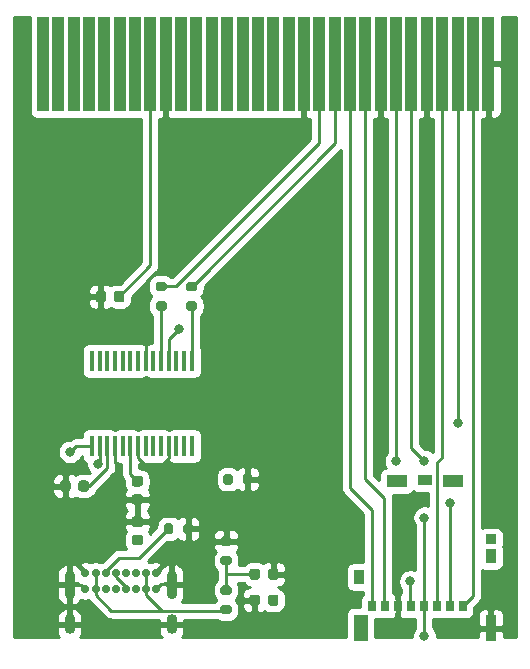
<source format=gbr>
%TF.GenerationSoftware,KiCad,Pcbnew,(5.1.7)-1*%
%TF.CreationDate,2021-01-12T02:59:51-08:00*%
%TF.ProjectId,froggy,66726f67-6779-42e6-9b69-6361645f7063,rev?*%
%TF.SameCoordinates,Original*%
%TF.FileFunction,Copper,L1,Top*%
%TF.FilePolarity,Positive*%
%FSLAX46Y46*%
G04 Gerber Fmt 4.6, Leading zero omitted, Abs format (unit mm)*
G04 Created by KiCad (PCBNEW (5.1.7)-1) date 2021-01-12 02:59:51*
%MOMM*%
%LPD*%
G01*
G04 APERTURE LIST*
%TA.AperFunction,SMDPad,CuDef*%
%ADD10R,0.900000X0.900000*%
%TD*%
%TA.AperFunction,SMDPad,CuDef*%
%ADD11R,0.950000X1.200000*%
%TD*%
%TA.AperFunction,SMDPad,CuDef*%
%ADD12R,1.200000X0.880000*%
%TD*%
%TA.AperFunction,SMDPad,CuDef*%
%ADD13R,1.700000X1.030000*%
%TD*%
%TA.AperFunction,SMDPad,CuDef*%
%ADD14R,0.880000X1.250000*%
%TD*%
%TA.AperFunction,SMDPad,CuDef*%
%ADD15R,1.190000X2.300000*%
%TD*%
%TA.AperFunction,SMDPad,CuDef*%
%ADD16R,0.950000X2.170000*%
%TD*%
%TA.AperFunction,SMDPad,CuDef*%
%ADD17R,0.700000X0.950000*%
%TD*%
%TA.AperFunction,ConnectorPad*%
%ADD18R,1.000000X8.000000*%
%TD*%
%TA.AperFunction,ComponentPad*%
%ADD19C,0.700000*%
%TD*%
%TA.AperFunction,ComponentPad*%
%ADD20O,0.900000X2.400000*%
%TD*%
%TA.AperFunction,ComponentPad*%
%ADD21O,0.900000X1.700000*%
%TD*%
%TA.AperFunction,SMDPad,CuDef*%
%ADD22R,0.450000X1.750000*%
%TD*%
%TA.AperFunction,ViaPad*%
%ADD23C,0.800000*%
%TD*%
%TA.AperFunction,Conductor*%
%ADD24C,0.250000*%
%TD*%
%TA.AperFunction,Conductor*%
%ADD25C,0.254000*%
%TD*%
%TA.AperFunction,Conductor*%
%ADD26C,0.100000*%
%TD*%
G04 APERTURE END LIST*
D10*
%TO.P,J2,16*%
%TO.N,N/C*%
X197822000Y-79452000D03*
D11*
%TO.P,J2,15*%
X197822000Y-80862000D03*
D12*
%TO.P,J2,14*%
X192247000Y-74462000D03*
D13*
%TO.P,J2,13*%
X194647000Y-74537000D03*
%TO.P,J2,12*%
X189847000Y-74537000D03*
D14*
%TO.P,J2,11*%
X186637000Y-82647000D03*
D15*
%TO.P,J2,10*%
X186802000Y-86922000D03*
D16*
%TO.P,J2,9*%
%TO.N,GND*%
X197822000Y-86987000D03*
D17*
%TO.P,J2,8*%
%TO.N,/DAT1*%
X187747000Y-85087000D03*
%TO.P,J2,7*%
%TO.N,/DAT0*%
X188847000Y-85087000D03*
%TO.P,J2,6*%
%TO.N,GND*%
X189947000Y-85087000D03*
%TO.P,J2,5*%
%TO.N,/CLK*%
X191047000Y-85087000D03*
%TO.P,J2,4*%
%TO.N,+3V3*%
X192147000Y-85087000D03*
%TO.P,J2,3*%
%TO.N,/CMD*%
X193247000Y-85087000D03*
%TO.P,J2,2*%
%TO.N,/DAT3*%
X194347000Y-85087000D03*
%TO.P,J2,1*%
%TO.N,/DAT2*%
X195447000Y-85087000D03*
%TD*%
D18*
%TO.P,U2,30*%
%TO.N,GND*%
X197600000Y-39200000D03*
%TO.P,U2,29*%
%TO.N,/DAT2*%
X196300000Y-39200000D03*
%TO.P,U2,28*%
%TO.N,/DAT3*%
X195000000Y-39200000D03*
%TO.P,U2,27*%
%TO.N,/CMD*%
X193700000Y-39200000D03*
%TO.P,U2,26*%
%TO.N,GND*%
X192400000Y-39200000D03*
%TO.P,U2,25*%
%TO.N,+3V3*%
X191100000Y-39200000D03*
%TO.P,U2,24*%
%TO.N,/CLK*%
X189800000Y-39200000D03*
%TO.P,U2,23*%
%TO.N,GND*%
X188500000Y-39200000D03*
%TO.P,U2,22*%
%TO.N,/DAT0*%
X187200000Y-39200000D03*
%TO.P,U2,21*%
%TO.N,/DAT1*%
X185900000Y-39200000D03*
%TO.P,U2,20*%
%TO.N,/L_RX*%
X184600000Y-39200000D03*
%TO.P,U2,19*%
%TO.N,/L_TX*%
X183300000Y-39200000D03*
%TO.P,U2,18*%
%TO.N,GND*%
X182000000Y-39200000D03*
%TO.P,U2,17*%
%TO.N,Net-(U2-Pad17)*%
X180700000Y-39200000D03*
%TO.P,U2,16*%
%TO.N,Net-(U2-Pad16)*%
X179400000Y-39200000D03*
%TO.P,U2,15*%
%TO.N,Net-(U2-Pad15)*%
X178100000Y-39200000D03*
%TO.P,U2,14*%
%TO.N,Net-(U2-Pad14)*%
X176800000Y-39200000D03*
%TO.P,U2,13*%
%TO.N,Net-(U2-Pad13)*%
X175500000Y-39200000D03*
%TO.P,U2,12*%
%TO.N,Net-(U2-Pad12)*%
X174200000Y-39200000D03*
%TO.P,U2,11*%
%TO.N,Net-(U2-Pad11)*%
X172900000Y-39200000D03*
%TO.P,U2,10*%
%TO.N,Net-(U2-Pad10)*%
X171600000Y-39200000D03*
%TO.P,U2,9*%
%TO.N,GND*%
X170300000Y-39200000D03*
%TO.P,U2,8*%
%TO.N,+3V3*%
X169000000Y-39200000D03*
%TO.P,U2,7*%
%TO.N,Net-(U2-Pad7)*%
X167700000Y-39200000D03*
%TO.P,U2,6*%
%TO.N,Net-(U2-Pad6)*%
X166400000Y-39200000D03*
%TO.P,U2,5*%
%TO.N,Net-(U2-Pad5)*%
X165100000Y-39200000D03*
%TO.P,U2,4*%
%TO.N,Net-(U2-Pad4)*%
X163800000Y-39200000D03*
%TO.P,U2,3*%
%TO.N,Net-(U2-Pad3)*%
X162500000Y-39200000D03*
%TO.P,U2,2*%
%TO.N,Net-(U2-Pad2)*%
X161200000Y-39200000D03*
%TO.P,U2,1*%
%TO.N,Net-(U2-Pad1)*%
X159900000Y-39200000D03*
%TD*%
%TO.P,R1,2*%
%TO.N,Net-(J1-PadA5)*%
%TA.AperFunction,SMDPad,CuDef*%
G36*
G01*
X170950000Y-78275000D02*
X170950000Y-78825000D01*
G75*
G02*
X170750000Y-79025000I-200000J0D01*
G01*
X170350000Y-79025000D01*
G75*
G02*
X170150000Y-78825000I0J200000D01*
G01*
X170150000Y-78275000D01*
G75*
G02*
X170350000Y-78075000I200000J0D01*
G01*
X170750000Y-78075000D01*
G75*
G02*
X170950000Y-78275000I0J-200000D01*
G01*
G37*
%TD.AperFunction*%
%TO.P,R1,1*%
%TO.N,GND*%
%TA.AperFunction,SMDPad,CuDef*%
G36*
G01*
X172600000Y-78275000D02*
X172600000Y-78825000D01*
G75*
G02*
X172400000Y-79025000I-200000J0D01*
G01*
X172000000Y-79025000D01*
G75*
G02*
X171800000Y-78825000I0J200000D01*
G01*
X171800000Y-78275000D01*
G75*
G02*
X172000000Y-78075000I200000J0D01*
G01*
X172400000Y-78075000D01*
G75*
G02*
X172600000Y-78275000I0J-200000D01*
G01*
G37*
%TD.AperFunction*%
%TD*%
%TO.P,C1,2*%
%TO.N,+5V*%
%TA.AperFunction,SMDPad,CuDef*%
G36*
G01*
X167650000Y-79050000D02*
X168150000Y-79050000D01*
G75*
G02*
X168375000Y-79275000I0J-225000D01*
G01*
X168375000Y-79725000D01*
G75*
G02*
X168150000Y-79950000I-225000J0D01*
G01*
X167650000Y-79950000D01*
G75*
G02*
X167425000Y-79725000I0J225000D01*
G01*
X167425000Y-79275000D01*
G75*
G02*
X167650000Y-79050000I225000J0D01*
G01*
G37*
%TD.AperFunction*%
%TO.P,C1,1*%
%TO.N,GND*%
%TA.AperFunction,SMDPad,CuDef*%
G36*
G01*
X167650000Y-77500000D02*
X168150000Y-77500000D01*
G75*
G02*
X168375000Y-77725000I0J-225000D01*
G01*
X168375000Y-78175000D01*
G75*
G02*
X168150000Y-78400000I-225000J0D01*
G01*
X167650000Y-78400000D01*
G75*
G02*
X167425000Y-78175000I0J225000D01*
G01*
X167425000Y-77725000D01*
G75*
G02*
X167650000Y-77500000I225000J0D01*
G01*
G37*
%TD.AperFunction*%
%TD*%
%TO.P,C2,1*%
%TO.N,GND*%
%TA.AperFunction,SMDPad,CuDef*%
G36*
G01*
X164350000Y-59150000D02*
X164350000Y-58650000D01*
G75*
G02*
X164575000Y-58425000I225000J0D01*
G01*
X165025000Y-58425000D01*
G75*
G02*
X165250000Y-58650000I0J-225000D01*
G01*
X165250000Y-59150000D01*
G75*
G02*
X165025000Y-59375000I-225000J0D01*
G01*
X164575000Y-59375000D01*
G75*
G02*
X164350000Y-59150000I0J225000D01*
G01*
G37*
%TD.AperFunction*%
%TO.P,C2,2*%
%TO.N,+3V3*%
%TA.AperFunction,SMDPad,CuDef*%
G36*
G01*
X165900000Y-59150000D02*
X165900000Y-58650000D01*
G75*
G02*
X166125000Y-58425000I225000J0D01*
G01*
X166575000Y-58425000D01*
G75*
G02*
X166800000Y-58650000I0J-225000D01*
G01*
X166800000Y-59150000D01*
G75*
G02*
X166575000Y-59375000I-225000J0D01*
G01*
X166125000Y-59375000D01*
G75*
G02*
X165900000Y-59150000I0J225000D01*
G01*
G37*
%TD.AperFunction*%
%TD*%
%TO.P,C3,1*%
%TO.N,+5V*%
%TA.AperFunction,SMDPad,CuDef*%
G36*
G01*
X167650000Y-74075000D02*
X168150000Y-74075000D01*
G75*
G02*
X168375000Y-74300000I0J-225000D01*
G01*
X168375000Y-74750000D01*
G75*
G02*
X168150000Y-74975000I-225000J0D01*
G01*
X167650000Y-74975000D01*
G75*
G02*
X167425000Y-74750000I0J225000D01*
G01*
X167425000Y-74300000D01*
G75*
G02*
X167650000Y-74075000I225000J0D01*
G01*
G37*
%TD.AperFunction*%
%TO.P,C3,2*%
%TO.N,GND*%
%TA.AperFunction,SMDPad,CuDef*%
G36*
G01*
X167650000Y-75625000D02*
X168150000Y-75625000D01*
G75*
G02*
X168375000Y-75850000I0J-225000D01*
G01*
X168375000Y-76300000D01*
G75*
G02*
X168150000Y-76525000I-225000J0D01*
G01*
X167650000Y-76525000D01*
G75*
G02*
X167425000Y-76300000I0J225000D01*
G01*
X167425000Y-75850000D01*
G75*
G02*
X167650000Y-75625000I225000J0D01*
G01*
G37*
%TD.AperFunction*%
%TD*%
%TO.P,C4,2*%
%TO.N,Net-(C4-Pad2)*%
%TA.AperFunction,SMDPad,CuDef*%
G36*
G01*
X162890080Y-75185080D02*
X162890080Y-74685080D01*
G75*
G02*
X163115080Y-74460080I225000J0D01*
G01*
X163565080Y-74460080D01*
G75*
G02*
X163790080Y-74685080I0J-225000D01*
G01*
X163790080Y-75185080D01*
G75*
G02*
X163565080Y-75410080I-225000J0D01*
G01*
X163115080Y-75410080D01*
G75*
G02*
X162890080Y-75185080I0J225000D01*
G01*
G37*
%TD.AperFunction*%
%TO.P,C4,1*%
%TO.N,GND*%
%TA.AperFunction,SMDPad,CuDef*%
G36*
G01*
X161340080Y-75185080D02*
X161340080Y-74685080D01*
G75*
G02*
X161565080Y-74460080I225000J0D01*
G01*
X162015080Y-74460080D01*
G75*
G02*
X162240080Y-74685080I0J-225000D01*
G01*
X162240080Y-75185080D01*
G75*
G02*
X162015080Y-75410080I-225000J0D01*
G01*
X161565080Y-75410080D01*
G75*
G02*
X161340080Y-75185080I0J225000D01*
G01*
G37*
%TD.AperFunction*%
%TD*%
%TO.P,D1,2*%
%TO.N,+3V3*%
%TA.AperFunction,SMDPad,CuDef*%
G36*
G01*
X178962500Y-84856250D02*
X178962500Y-84343750D01*
G75*
G02*
X179181250Y-84125000I218750J0D01*
G01*
X179618750Y-84125000D01*
G75*
G02*
X179837500Y-84343750I0J-218750D01*
G01*
X179837500Y-84856250D01*
G75*
G02*
X179618750Y-85075000I-218750J0D01*
G01*
X179181250Y-85075000D01*
G75*
G02*
X178962500Y-84856250I0J218750D01*
G01*
G37*
%TD.AperFunction*%
%TO.P,D1,1*%
%TO.N,GND*%
%TA.AperFunction,SMDPad,CuDef*%
G36*
G01*
X177387500Y-84856250D02*
X177387500Y-84343750D01*
G75*
G02*
X177606250Y-84125000I218750J0D01*
G01*
X178043750Y-84125000D01*
G75*
G02*
X178262500Y-84343750I0J-218750D01*
G01*
X178262500Y-84856250D01*
G75*
G02*
X178043750Y-85075000I-218750J0D01*
G01*
X177606250Y-85075000D01*
G75*
G02*
X177387500Y-84856250I0J218750D01*
G01*
G37*
%TD.AperFunction*%
%TD*%
%TO.P,D2,1*%
%TO.N,GND*%
%TA.AperFunction,SMDPad,CuDef*%
G36*
G01*
X179837500Y-82143750D02*
X179837500Y-82656250D01*
G75*
G02*
X179618750Y-82875000I-218750J0D01*
G01*
X179181250Y-82875000D01*
G75*
G02*
X178962500Y-82656250I0J218750D01*
G01*
X178962500Y-82143750D01*
G75*
G02*
X179181250Y-81925000I218750J0D01*
G01*
X179618750Y-81925000D01*
G75*
G02*
X179837500Y-82143750I0J-218750D01*
G01*
G37*
%TD.AperFunction*%
%TO.P,D2,2*%
%TO.N,Net-(D2-Pad2)*%
%TA.AperFunction,SMDPad,CuDef*%
G36*
G01*
X178262500Y-82143750D02*
X178262500Y-82656250D01*
G75*
G02*
X178043750Y-82875000I-218750J0D01*
G01*
X177606250Y-82875000D01*
G75*
G02*
X177387500Y-82656250I0J218750D01*
G01*
X177387500Y-82143750D01*
G75*
G02*
X177606250Y-81925000I218750J0D01*
G01*
X178043750Y-81925000D01*
G75*
G02*
X178262500Y-82143750I0J-218750D01*
G01*
G37*
%TD.AperFunction*%
%TD*%
D19*
%TO.P,J1,A1*%
%TO.N,GND*%
X163500000Y-82296000D03*
%TO.P,J1,A4*%
%TO.N,+5V*%
X164350000Y-82296000D03*
%TO.P,J1,A5*%
%TO.N,Net-(J1-PadA5)*%
X165200000Y-82296000D03*
%TO.P,J1,A6*%
%TO.N,/D+*%
X166050000Y-82296000D03*
%TO.P,J1,A7*%
%TO.N,/D-*%
X166900000Y-82296000D03*
%TO.P,J1,A8*%
%TO.N,Net-(J1-PadA8)*%
X167750000Y-82296000D03*
%TO.P,J1,A9*%
%TO.N,+5V*%
X168600000Y-82296000D03*
%TO.P,J1,A12*%
%TO.N,GND*%
X169450000Y-82296000D03*
%TO.P,J1,B9*%
%TO.N,+5V*%
X164350000Y-83646000D03*
%TO.P,J1,B7*%
%TO.N,/D-*%
X166050000Y-83646000D03*
%TO.P,J1,B8*%
%TO.N,Net-(J1-PadB8)*%
X165200000Y-83646000D03*
%TO.P,J1,B12*%
%TO.N,GND*%
X163500000Y-83646000D03*
%TO.P,J1,B5*%
%TO.N,Net-(J1-PadB5)*%
X167750000Y-83646000D03*
%TO.P,J1,B4*%
%TO.N,+5V*%
X168600000Y-83646000D03*
%TO.P,J1,B1*%
%TO.N,GND*%
X169450000Y-83646000D03*
%TO.P,J1,B6*%
%TO.N,/D+*%
X166900000Y-83646000D03*
D20*
%TO.P,J1,S1*%
%TO.N,GND*%
X162150000Y-83276000D03*
X170800000Y-83276000D03*
D21*
X162150000Y-86656000D03*
X170800000Y-86656000D03*
%TD*%
%TO.P,R2,1*%
%TO.N,GND*%
%TA.AperFunction,SMDPad,CuDef*%
G36*
G01*
X177625000Y-74075000D02*
X177625000Y-74625000D01*
G75*
G02*
X177425000Y-74825000I-200000J0D01*
G01*
X177025000Y-74825000D01*
G75*
G02*
X176825000Y-74625000I0J200000D01*
G01*
X176825000Y-74075000D01*
G75*
G02*
X177025000Y-73875000I200000J0D01*
G01*
X177425000Y-73875000D01*
G75*
G02*
X177625000Y-74075000I0J-200000D01*
G01*
G37*
%TD.AperFunction*%
%TO.P,R2,2*%
%TO.N,Net-(J1-PadB5)*%
%TA.AperFunction,SMDPad,CuDef*%
G36*
G01*
X175975000Y-74075000D02*
X175975000Y-74625000D01*
G75*
G02*
X175775000Y-74825000I-200000J0D01*
G01*
X175375000Y-74825000D01*
G75*
G02*
X175175000Y-74625000I0J200000D01*
G01*
X175175000Y-74075000D01*
G75*
G02*
X175375000Y-73875000I200000J0D01*
G01*
X175775000Y-73875000D01*
G75*
G02*
X175975000Y-74075000I0J-200000D01*
G01*
G37*
%TD.AperFunction*%
%TD*%
%TO.P,R3,1*%
%TO.N,/L_RX*%
%TA.AperFunction,SMDPad,CuDef*%
G36*
G01*
X172206240Y-57647620D02*
X172756240Y-57647620D01*
G75*
G02*
X172956240Y-57847620I0J-200000D01*
G01*
X172956240Y-58247620D01*
G75*
G02*
X172756240Y-58447620I-200000J0D01*
G01*
X172206240Y-58447620D01*
G75*
G02*
X172006240Y-58247620I0J200000D01*
G01*
X172006240Y-57847620D01*
G75*
G02*
X172206240Y-57647620I200000J0D01*
G01*
G37*
%TD.AperFunction*%
%TO.P,R3,2*%
%TO.N,Net-(R3-Pad2)*%
%TA.AperFunction,SMDPad,CuDef*%
G36*
G01*
X172206240Y-59297620D02*
X172756240Y-59297620D01*
G75*
G02*
X172956240Y-59497620I0J-200000D01*
G01*
X172956240Y-59897620D01*
G75*
G02*
X172756240Y-60097620I-200000J0D01*
G01*
X172206240Y-60097620D01*
G75*
G02*
X172006240Y-59897620I0J200000D01*
G01*
X172006240Y-59497620D01*
G75*
G02*
X172206240Y-59297620I200000J0D01*
G01*
G37*
%TD.AperFunction*%
%TD*%
%TO.P,R4,2*%
%TO.N,/L_TX*%
%TA.AperFunction,SMDPad,CuDef*%
G36*
G01*
X170188300Y-58426800D02*
X169638300Y-58426800D01*
G75*
G02*
X169438300Y-58226800I0J200000D01*
G01*
X169438300Y-57826800D01*
G75*
G02*
X169638300Y-57626800I200000J0D01*
G01*
X170188300Y-57626800D01*
G75*
G02*
X170388300Y-57826800I0J-200000D01*
G01*
X170388300Y-58226800D01*
G75*
G02*
X170188300Y-58426800I-200000J0D01*
G01*
G37*
%TD.AperFunction*%
%TO.P,R4,1*%
%TO.N,Net-(R4-Pad1)*%
%TA.AperFunction,SMDPad,CuDef*%
G36*
G01*
X170188300Y-60076800D02*
X169638300Y-60076800D01*
G75*
G02*
X169438300Y-59876800I0J200000D01*
G01*
X169438300Y-59476800D01*
G75*
G02*
X169638300Y-59276800I200000J0D01*
G01*
X170188300Y-59276800D01*
G75*
G02*
X170388300Y-59476800I0J-200000D01*
G01*
X170388300Y-59876800D01*
G75*
G02*
X170188300Y-60076800I-200000J0D01*
G01*
G37*
%TD.AperFunction*%
%TD*%
D22*
%TO.P,U1,1*%
%TO.N,Net-(R3-Pad2)*%
X172500000Y-64345000D03*
%TO.P,U1,2*%
%TO.N,Net-(U1-Pad2)*%
X171850000Y-64345000D03*
%TO.P,U1,3*%
%TO.N,Net-(U1-Pad3)*%
X171200000Y-64345000D03*
%TO.P,U1,4*%
%TO.N,+3V3*%
X170550000Y-64345000D03*
%TO.P,U1,5*%
%TO.N,Net-(R4-Pad1)*%
X169900000Y-64345000D03*
%TO.P,U1,6*%
%TO.N,Net-(U1-Pad6)*%
X169250000Y-64345000D03*
%TO.P,U1,7*%
%TO.N,GND*%
X168600000Y-64345000D03*
%TO.P,U1,8*%
%TO.N,N/C*%
X167950000Y-64345000D03*
%TO.P,U1,9*%
%TO.N,Net-(U1-Pad9)*%
X167300000Y-64345000D03*
%TO.P,U1,10*%
%TO.N,Net-(U1-Pad10)*%
X166650000Y-64345000D03*
%TO.P,U1,11*%
%TO.N,Net-(U1-Pad11)*%
X166000000Y-64345000D03*
%TO.P,U1,12*%
%TO.N,Net-(U1-Pad12)*%
X165350000Y-64345000D03*
%TO.P,U1,13*%
%TO.N,Net-(U1-Pad13)*%
X164700000Y-64345000D03*
%TO.P,U1,14*%
%TO.N,Net-(U1-Pad14)*%
X164050000Y-64345000D03*
%TO.P,U1,15*%
%TO.N,/D+*%
X164050000Y-71545000D03*
%TO.P,U1,16*%
%TO.N,/D-*%
X164700000Y-71545000D03*
%TO.P,U1,17*%
%TO.N,Net-(C4-Pad2)*%
X165350000Y-71545000D03*
%TO.P,U1,18*%
%TO.N,GND*%
X166000000Y-71545000D03*
%TO.P,U1,19*%
%TO.N,Net-(U1-Pad19)*%
X166650000Y-71545000D03*
%TO.P,U1,20*%
%TO.N,+5V*%
X167300000Y-71545000D03*
%TO.P,U1,21*%
%TO.N,GND*%
X167950000Y-71545000D03*
%TO.P,U1,22*%
%TO.N,Net-(U1-Pad22)*%
X168600000Y-71545000D03*
%TO.P,U1,23*%
%TO.N,Net-(U1-Pad23)*%
X169250000Y-71545000D03*
%TO.P,U1,24*%
%TO.N,N/C*%
X169900000Y-71545000D03*
%TO.P,U1,25*%
%TO.N,GND*%
X170550000Y-71545000D03*
%TO.P,U1,26*%
%TO.N,Net-(U1-Pad26)*%
X171200000Y-71545000D03*
%TO.P,U1,27*%
%TO.N,Net-(U1-Pad27)*%
X171850000Y-71545000D03*
%TO.P,U1,28*%
%TO.N,Net-(U1-Pad28)*%
X172500000Y-71545000D03*
%TD*%
%TO.P,R5,1*%
%TO.N,+5V*%
%TA.AperFunction,SMDPad,CuDef*%
G36*
G01*
X175675000Y-85800000D02*
X175125000Y-85800000D01*
G75*
G02*
X174925000Y-85600000I0J200000D01*
G01*
X174925000Y-85200000D01*
G75*
G02*
X175125000Y-85000000I200000J0D01*
G01*
X175675000Y-85000000D01*
G75*
G02*
X175875000Y-85200000I0J-200000D01*
G01*
X175875000Y-85600000D01*
G75*
G02*
X175675000Y-85800000I-200000J0D01*
G01*
G37*
%TD.AperFunction*%
%TO.P,R5,2*%
%TO.N,Net-(D2-Pad2)*%
%TA.AperFunction,SMDPad,CuDef*%
G36*
G01*
X175675000Y-84150000D02*
X175125000Y-84150000D01*
G75*
G02*
X174925000Y-83950000I0J200000D01*
G01*
X174925000Y-83550000D01*
G75*
G02*
X175125000Y-83350000I200000J0D01*
G01*
X175675000Y-83350000D01*
G75*
G02*
X175875000Y-83550000I0J-200000D01*
G01*
X175875000Y-83950000D01*
G75*
G02*
X175675000Y-84150000I-200000J0D01*
G01*
G37*
%TD.AperFunction*%
%TD*%
%TO.P,R6,2*%
%TO.N,GND*%
%TA.AperFunction,SMDPad,CuDef*%
G36*
G01*
X175675000Y-80000000D02*
X175125000Y-80000000D01*
G75*
G02*
X174925000Y-79800000I0J200000D01*
G01*
X174925000Y-79400000D01*
G75*
G02*
X175125000Y-79200000I200000J0D01*
G01*
X175675000Y-79200000D01*
G75*
G02*
X175875000Y-79400000I0J-200000D01*
G01*
X175875000Y-79800000D01*
G75*
G02*
X175675000Y-80000000I-200000J0D01*
G01*
G37*
%TD.AperFunction*%
%TO.P,R6,1*%
%TO.N,Net-(D2-Pad2)*%
%TA.AperFunction,SMDPad,CuDef*%
G36*
G01*
X175675000Y-81650000D02*
X175125000Y-81650000D01*
G75*
G02*
X174925000Y-81450000I0J200000D01*
G01*
X174925000Y-81050000D01*
G75*
G02*
X175125000Y-80850000I200000J0D01*
G01*
X175675000Y-80850000D01*
G75*
G02*
X175875000Y-81050000I0J-200000D01*
G01*
X175875000Y-81450000D01*
G75*
G02*
X175675000Y-81650000I-200000J0D01*
G01*
G37*
%TD.AperFunction*%
%TD*%
D23*
%TO.N,*%
X186820000Y-86700000D03*
%TO.N,+5V*%
X167900000Y-74525000D03*
X167900000Y-79500000D03*
%TO.N,GND*%
X199000000Y-84000000D03*
X190000000Y-86800000D03*
X182000000Y-44200000D03*
X192400000Y-44200000D03*
X188500000Y-44200000D03*
%TO.N,+3V3*%
X171400000Y-61600000D03*
X166350000Y-58900000D03*
X192200000Y-87600000D03*
X192200000Y-72800000D03*
X192200000Y-77600000D03*
X179400000Y-84600000D03*
%TO.N,/D+*%
X162200000Y-72050000D03*
%TO.N,/D-*%
X164599927Y-73099927D03*
%TO.N,Net-(J1-PadB5)*%
X175575000Y-74350000D03*
%TO.N,/DAT3*%
X194400000Y-76400000D03*
X195000000Y-69600000D03*
%TO.N,/CLK*%
X189800000Y-72800000D03*
X191000000Y-83000000D03*
%TD*%
D24*
%TO.N,*%
X169200000Y-57100000D02*
X168900000Y-57400000D01*
%TO.N,+5V*%
X167289480Y-71555520D02*
X167300000Y-71545000D01*
X164350000Y-83646000D02*
X164350000Y-82296000D01*
X168600000Y-82296000D02*
X168600000Y-83646000D01*
X168600000Y-84140974D02*
X169940016Y-85480990D01*
X168600000Y-83646000D02*
X168600000Y-84140974D01*
X167300000Y-73925000D02*
X167900000Y-74525000D01*
X167300000Y-71545000D02*
X167300000Y-73925000D01*
X167644000Y-79756000D02*
X167900000Y-79500000D01*
X167900000Y-74525000D02*
X167900000Y-74525000D01*
X165690016Y-85480990D02*
X169940016Y-85480990D01*
X164350000Y-84140974D02*
X165690016Y-85480990D01*
X164350000Y-83646000D02*
X164350000Y-84140974D01*
X175319010Y-85480990D02*
X175400000Y-85400000D01*
X169940016Y-85480990D02*
X175319010Y-85480990D01*
%TO.N,GND*%
X177225000Y-74375000D02*
X177200000Y-74400000D01*
X177225000Y-74350000D02*
X177225000Y-74375000D01*
X169450000Y-83646000D02*
X169896000Y-83200000D01*
X170724000Y-83200000D02*
X170800000Y-83276000D01*
X169896000Y-83200000D02*
X170724000Y-83200000D01*
X163500000Y-82296000D02*
X162904000Y-81700000D01*
X163500000Y-82296000D02*
X162800000Y-81596000D01*
X163130000Y-83276000D02*
X163500000Y-83646000D01*
X162150000Y-83276000D02*
X163130000Y-83276000D01*
X168600000Y-62500000D02*
X168500000Y-62400000D01*
X168600000Y-64345000D02*
X168600000Y-62500000D01*
X170030002Y-73100000D02*
X169300000Y-73100000D01*
X170550000Y-72580002D02*
X170030002Y-73100000D01*
X170550000Y-71545000D02*
X170550000Y-72580002D01*
X168469998Y-73100000D02*
X169300000Y-73100000D01*
X167950000Y-72580002D02*
X168469998Y-73100000D01*
X167950000Y-71545000D02*
X167950000Y-72580002D01*
X166000000Y-71545000D02*
X166000000Y-72970000D01*
X166000000Y-72970000D02*
X166230000Y-73200000D01*
%TO.N,+3V3*%
X170550000Y-62450000D02*
X171400000Y-61600000D01*
X170550000Y-64345000D02*
X170550000Y-62450000D01*
X166300000Y-58850000D02*
X166350000Y-58900000D01*
X166350000Y-58900000D02*
X166350000Y-58900000D01*
X169000000Y-56250000D02*
X169000000Y-39200000D01*
X166350000Y-58900000D02*
X169000000Y-56250000D01*
X192200000Y-85140000D02*
X192147000Y-85087000D01*
X192200000Y-87600000D02*
X192200000Y-85140000D01*
X191100000Y-71700000D02*
X192200000Y-72800000D01*
X191100000Y-39200000D02*
X191100000Y-71700000D01*
X192200000Y-85034000D02*
X192147000Y-85087000D01*
X192200000Y-77600000D02*
X192200000Y-85034000D01*
%TO.N,Net-(C4-Pad2)*%
X165350000Y-73375160D02*
X165350000Y-71545000D01*
X163790080Y-74935080D02*
X165350000Y-73375160D01*
X163340080Y-74935080D02*
X163790080Y-74935080D01*
%TO.N,Net-(J1-PadA5)*%
X168000000Y-81000000D02*
X170450000Y-78550000D01*
X165200000Y-82146998D02*
X165200000Y-82296000D01*
X166346998Y-81000000D02*
X165200000Y-82146998D01*
X168000000Y-81000000D02*
X166346998Y-81000000D01*
%TO.N,/D+*%
X162705000Y-71545000D02*
X162200000Y-72050000D01*
X164050000Y-71545000D02*
X162705000Y-71545000D01*
X166900000Y-83496998D02*
X166900000Y-83646000D01*
X166050000Y-82646998D02*
X166900000Y-83496998D01*
X166050000Y-82296000D02*
X166050000Y-82646998D01*
%TO.N,/D-*%
X165960000Y-83496998D02*
X165960000Y-83646000D01*
X164700000Y-72999854D02*
X164599927Y-73099927D01*
X164700000Y-71545000D02*
X164700000Y-72999854D01*
%TO.N,Net-(J1-PadB5)*%
X175550000Y-74350000D02*
X175550000Y-74450000D01*
%TO.N,/DAT1*%
X187747000Y-76947000D02*
X187747000Y-85087000D01*
X185900000Y-75100000D02*
X187747000Y-76947000D01*
X185900000Y-39200000D02*
X185900000Y-75100000D01*
%TO.N,/DAT2*%
X196300000Y-84234000D02*
X196300000Y-39200000D01*
X195447000Y-85087000D02*
X196300000Y-84234000D01*
%TO.N,/DAT3*%
X194347000Y-76453000D02*
X194400000Y-76400000D01*
X194347000Y-85087000D02*
X194347000Y-76453000D01*
X195000000Y-39200000D02*
X195000000Y-69600000D01*
%TO.N,/CMD*%
X193700000Y-39200000D02*
X193700000Y-72500000D01*
X193247000Y-72953000D02*
X193247000Y-85087000D01*
X193700000Y-72500000D02*
X193247000Y-72953000D01*
%TO.N,/CLK*%
X189800000Y-39200000D02*
X189800000Y-72600000D01*
X191022001Y-85062001D02*
X191047000Y-85087000D01*
X189800000Y-72600000D02*
X189800000Y-72800000D01*
X191000000Y-85040000D02*
X191047000Y-85087000D01*
X191000000Y-83000000D02*
X191000000Y-85040000D01*
%TO.N,/DAT0*%
X188800000Y-85040000D02*
X188847000Y-85087000D01*
X188800000Y-75963590D02*
X188800000Y-85040000D01*
X187200000Y-74363590D02*
X187200000Y-39200000D01*
X188800000Y-75963590D02*
X187200000Y-74363590D01*
%TO.N,Net-(R3-Pad2)*%
X172481240Y-64326240D02*
X172500000Y-64345000D01*
X172481240Y-59697620D02*
X172481240Y-64326240D01*
%TO.N,Net-(R4-Pad1)*%
X169900000Y-59690100D02*
X169913300Y-59676800D01*
X169900000Y-64345000D02*
X169900000Y-59690100D01*
%TO.N,/L_TX*%
X183300000Y-45900000D02*
X183300000Y-39200000D01*
X171173200Y-58026800D02*
X183300000Y-45900000D01*
X169913300Y-58026800D02*
X171173200Y-58026800D01*
%TO.N,/L_RX*%
X184600000Y-45928860D02*
X184600000Y-39200000D01*
X172481240Y-58047620D02*
X184600000Y-45928860D01*
%TO.N,Net-(D2-Pad2)*%
X177425000Y-82400000D02*
X177625000Y-82600000D01*
X175400000Y-83750000D02*
X175400000Y-82400000D01*
X175400000Y-82400000D02*
X175400000Y-81250000D01*
X177625000Y-82400000D02*
X175400000Y-82400000D01*
%TD*%
D25*
%TO.N,GND*%
X199940001Y-87740000D02*
X198933796Y-87740000D01*
X198932000Y-87272750D01*
X198773250Y-87114000D01*
X197949000Y-87114000D01*
X197949000Y-87134000D01*
X197695000Y-87134000D01*
X197695000Y-87114000D01*
X196870750Y-87114000D01*
X196712000Y-87272750D01*
X196710204Y-87740000D01*
X193227429Y-87740000D01*
X193235000Y-87701939D01*
X193235000Y-87498061D01*
X193195226Y-87298102D01*
X193117205Y-87109744D01*
X193003937Y-86940226D01*
X192960000Y-86896289D01*
X192960000Y-86200072D01*
X193597000Y-86200072D01*
X193721482Y-86187812D01*
X193797000Y-86164904D01*
X193872518Y-86187812D01*
X193997000Y-86200072D01*
X194697000Y-86200072D01*
X194821482Y-86187812D01*
X194897000Y-86164904D01*
X194972518Y-86187812D01*
X195097000Y-86200072D01*
X195797000Y-86200072D01*
X195921482Y-86187812D01*
X196041180Y-86151502D01*
X196151494Y-86092537D01*
X196248185Y-86013185D01*
X196327537Y-85916494D01*
X196335284Y-85902000D01*
X196708928Y-85902000D01*
X196712000Y-86701250D01*
X196870750Y-86860000D01*
X197695000Y-86860000D01*
X197695000Y-85425750D01*
X197949000Y-85425750D01*
X197949000Y-86860000D01*
X198773250Y-86860000D01*
X198932000Y-86701250D01*
X198935072Y-85902000D01*
X198922812Y-85777518D01*
X198886502Y-85657820D01*
X198827537Y-85547506D01*
X198748185Y-85450815D01*
X198651494Y-85371463D01*
X198541180Y-85312498D01*
X198421482Y-85276188D01*
X198297000Y-85263928D01*
X198107750Y-85267000D01*
X197949000Y-85425750D01*
X197695000Y-85425750D01*
X197536250Y-85267000D01*
X197347000Y-85263928D01*
X197222518Y-85276188D01*
X197102820Y-85312498D01*
X196992506Y-85371463D01*
X196895815Y-85450815D01*
X196816463Y-85547506D01*
X196757498Y-85657820D01*
X196721188Y-85777518D01*
X196708928Y-85902000D01*
X196335284Y-85902000D01*
X196386502Y-85806180D01*
X196422812Y-85686482D01*
X196435072Y-85562000D01*
X196435072Y-85173730D01*
X196811004Y-84797798D01*
X196840001Y-84774001D01*
X196934974Y-84658276D01*
X197005546Y-84526247D01*
X197049003Y-84382986D01*
X197060000Y-84271333D01*
X197060000Y-84271324D01*
X197063676Y-84234001D01*
X197060000Y-84196678D01*
X197060000Y-82028614D01*
X197102820Y-82051502D01*
X197222518Y-82087812D01*
X197347000Y-82100072D01*
X198297000Y-82100072D01*
X198421482Y-82087812D01*
X198541180Y-82051502D01*
X198651494Y-81992537D01*
X198748185Y-81913185D01*
X198827537Y-81816494D01*
X198886502Y-81706180D01*
X198922812Y-81586482D01*
X198935072Y-81462000D01*
X198935072Y-80262000D01*
X198922812Y-80137518D01*
X198893471Y-80040793D01*
X198897812Y-80026482D01*
X198910072Y-79902000D01*
X198910072Y-79002000D01*
X198897812Y-78877518D01*
X198861502Y-78757820D01*
X198802537Y-78647506D01*
X198723185Y-78550815D01*
X198626494Y-78471463D01*
X198516180Y-78412498D01*
X198396482Y-78376188D01*
X198272000Y-78363928D01*
X197372000Y-78363928D01*
X197247518Y-78376188D01*
X197127820Y-78412498D01*
X197060000Y-78448749D01*
X197060000Y-43834132D01*
X197100000Y-43838072D01*
X197314250Y-43835000D01*
X197473000Y-43676250D01*
X197473000Y-39327000D01*
X197727000Y-39327000D01*
X197727000Y-43676250D01*
X197885750Y-43835000D01*
X198100000Y-43838072D01*
X198224482Y-43825812D01*
X198344180Y-43789502D01*
X198454494Y-43730537D01*
X198551185Y-43651185D01*
X198630537Y-43554494D01*
X198689502Y-43444180D01*
X198725812Y-43324482D01*
X198738072Y-43200000D01*
X198735000Y-39485750D01*
X198576250Y-39327000D01*
X197727000Y-39327000D01*
X197473000Y-39327000D01*
X197453000Y-39327000D01*
X197453000Y-39073000D01*
X197473000Y-39073000D01*
X197473000Y-39053000D01*
X197727000Y-39053000D01*
X197727000Y-39073000D01*
X198576250Y-39073000D01*
X198735000Y-38914250D01*
X198738022Y-35260000D01*
X199940000Y-35260000D01*
X199940001Y-87740000D01*
%TA.AperFunction,Conductor*%
D26*
G36*
X199940001Y-87740000D02*
G01*
X198933796Y-87740000D01*
X198932000Y-87272750D01*
X198773250Y-87114000D01*
X197949000Y-87114000D01*
X197949000Y-87134000D01*
X197695000Y-87134000D01*
X197695000Y-87114000D01*
X196870750Y-87114000D01*
X196712000Y-87272750D01*
X196710204Y-87740000D01*
X193227429Y-87740000D01*
X193235000Y-87701939D01*
X193235000Y-87498061D01*
X193195226Y-87298102D01*
X193117205Y-87109744D01*
X193003937Y-86940226D01*
X192960000Y-86896289D01*
X192960000Y-86200072D01*
X193597000Y-86200072D01*
X193721482Y-86187812D01*
X193797000Y-86164904D01*
X193872518Y-86187812D01*
X193997000Y-86200072D01*
X194697000Y-86200072D01*
X194821482Y-86187812D01*
X194897000Y-86164904D01*
X194972518Y-86187812D01*
X195097000Y-86200072D01*
X195797000Y-86200072D01*
X195921482Y-86187812D01*
X196041180Y-86151502D01*
X196151494Y-86092537D01*
X196248185Y-86013185D01*
X196327537Y-85916494D01*
X196335284Y-85902000D01*
X196708928Y-85902000D01*
X196712000Y-86701250D01*
X196870750Y-86860000D01*
X197695000Y-86860000D01*
X197695000Y-85425750D01*
X197949000Y-85425750D01*
X197949000Y-86860000D01*
X198773250Y-86860000D01*
X198932000Y-86701250D01*
X198935072Y-85902000D01*
X198922812Y-85777518D01*
X198886502Y-85657820D01*
X198827537Y-85547506D01*
X198748185Y-85450815D01*
X198651494Y-85371463D01*
X198541180Y-85312498D01*
X198421482Y-85276188D01*
X198297000Y-85263928D01*
X198107750Y-85267000D01*
X197949000Y-85425750D01*
X197695000Y-85425750D01*
X197536250Y-85267000D01*
X197347000Y-85263928D01*
X197222518Y-85276188D01*
X197102820Y-85312498D01*
X196992506Y-85371463D01*
X196895815Y-85450815D01*
X196816463Y-85547506D01*
X196757498Y-85657820D01*
X196721188Y-85777518D01*
X196708928Y-85902000D01*
X196335284Y-85902000D01*
X196386502Y-85806180D01*
X196422812Y-85686482D01*
X196435072Y-85562000D01*
X196435072Y-85173730D01*
X196811004Y-84797798D01*
X196840001Y-84774001D01*
X196934974Y-84658276D01*
X197005546Y-84526247D01*
X197049003Y-84382986D01*
X197060000Y-84271333D01*
X197060000Y-84271324D01*
X197063676Y-84234001D01*
X197060000Y-84196678D01*
X197060000Y-82028614D01*
X197102820Y-82051502D01*
X197222518Y-82087812D01*
X197347000Y-82100072D01*
X198297000Y-82100072D01*
X198421482Y-82087812D01*
X198541180Y-82051502D01*
X198651494Y-81992537D01*
X198748185Y-81913185D01*
X198827537Y-81816494D01*
X198886502Y-81706180D01*
X198922812Y-81586482D01*
X198935072Y-81462000D01*
X198935072Y-80262000D01*
X198922812Y-80137518D01*
X198893471Y-80040793D01*
X198897812Y-80026482D01*
X198910072Y-79902000D01*
X198910072Y-79002000D01*
X198897812Y-78877518D01*
X198861502Y-78757820D01*
X198802537Y-78647506D01*
X198723185Y-78550815D01*
X198626494Y-78471463D01*
X198516180Y-78412498D01*
X198396482Y-78376188D01*
X198272000Y-78363928D01*
X197372000Y-78363928D01*
X197247518Y-78376188D01*
X197127820Y-78412498D01*
X197060000Y-78448749D01*
X197060000Y-43834132D01*
X197100000Y-43838072D01*
X197314250Y-43835000D01*
X197473000Y-43676250D01*
X197473000Y-39327000D01*
X197727000Y-39327000D01*
X197727000Y-43676250D01*
X197885750Y-43835000D01*
X198100000Y-43838072D01*
X198224482Y-43825812D01*
X198344180Y-43789502D01*
X198454494Y-43730537D01*
X198551185Y-43651185D01*
X198630537Y-43554494D01*
X198689502Y-43444180D01*
X198725812Y-43324482D01*
X198738072Y-43200000D01*
X198735000Y-39485750D01*
X198576250Y-39327000D01*
X197727000Y-39327000D01*
X197473000Y-39327000D01*
X197453000Y-39327000D01*
X197453000Y-39073000D01*
X197473000Y-39073000D01*
X197473000Y-39053000D01*
X197727000Y-39053000D01*
X197727000Y-39073000D01*
X198576250Y-39073000D01*
X198735000Y-38914250D01*
X198738022Y-35260000D01*
X199940000Y-35260000D01*
X199940001Y-87740000D01*
G37*
%TD.AperFunction*%
D25*
X158761928Y-43200000D02*
X158774188Y-43324482D01*
X158810498Y-43444180D01*
X158869463Y-43554494D01*
X158948815Y-43651185D01*
X159045506Y-43730537D01*
X159155820Y-43789502D01*
X159275518Y-43825812D01*
X159400000Y-43838072D01*
X160400000Y-43838072D01*
X160524482Y-43825812D01*
X160550000Y-43818071D01*
X160575518Y-43825812D01*
X160700000Y-43838072D01*
X161700000Y-43838072D01*
X161824482Y-43825812D01*
X161850000Y-43818071D01*
X161875518Y-43825812D01*
X162000000Y-43838072D01*
X163000000Y-43838072D01*
X163124482Y-43825812D01*
X163150000Y-43818071D01*
X163175518Y-43825812D01*
X163300000Y-43838072D01*
X164300000Y-43838072D01*
X164424482Y-43825812D01*
X164450000Y-43818071D01*
X164475518Y-43825812D01*
X164600000Y-43838072D01*
X165600000Y-43838072D01*
X165724482Y-43825812D01*
X165750000Y-43818071D01*
X165775518Y-43825812D01*
X165900000Y-43838072D01*
X166900000Y-43838072D01*
X167024482Y-43825812D01*
X167050000Y-43818071D01*
X167075518Y-43825812D01*
X167200000Y-43838072D01*
X168200000Y-43838072D01*
X168240001Y-43834132D01*
X168240000Y-55935198D01*
X166388271Y-57786928D01*
X166125000Y-57786928D01*
X165956623Y-57803512D01*
X165794717Y-57852625D01*
X165648649Y-57930700D01*
X165604494Y-57894463D01*
X165494180Y-57835498D01*
X165374482Y-57799188D01*
X165250000Y-57786928D01*
X165085750Y-57790000D01*
X164927000Y-57948750D01*
X164927000Y-58773000D01*
X164947000Y-58773000D01*
X164947000Y-59027000D01*
X164927000Y-59027000D01*
X164927000Y-59851250D01*
X165085750Y-60010000D01*
X165250000Y-60013072D01*
X165374482Y-60000812D01*
X165494180Y-59964502D01*
X165604494Y-59905537D01*
X165648649Y-59869300D01*
X165794717Y-59947375D01*
X165956623Y-59996488D01*
X166125000Y-60013072D01*
X166575000Y-60013072D01*
X166743377Y-59996488D01*
X166905283Y-59947375D01*
X167054497Y-59867618D01*
X167185284Y-59760284D01*
X167292618Y-59629497D01*
X167372375Y-59480283D01*
X167421488Y-59318377D01*
X167438072Y-59150000D01*
X167438072Y-58886729D01*
X168916045Y-57408757D01*
X168864022Y-57506084D01*
X168816331Y-57663300D01*
X168800228Y-57826800D01*
X168800228Y-58226800D01*
X168816331Y-58390300D01*
X168864022Y-58547516D01*
X168941469Y-58692408D01*
X169045694Y-58819406D01*
X169085166Y-58851800D01*
X169045694Y-58884194D01*
X168941469Y-59011192D01*
X168864022Y-59156084D01*
X168816331Y-59313300D01*
X168800228Y-59476800D01*
X168800228Y-59876800D01*
X168816331Y-60040300D01*
X168864022Y-60197516D01*
X168941469Y-60342408D01*
X169045694Y-60469406D01*
X169140001Y-60546802D01*
X169140000Y-62831928D01*
X169025000Y-62831928D01*
X168922162Y-62842056D01*
X168856750Y-62835000D01*
X168824503Y-62867247D01*
X168780820Y-62880498D01*
X168670506Y-62939463D01*
X168600000Y-62997326D01*
X168529494Y-62939463D01*
X168419180Y-62880498D01*
X168375497Y-62867247D01*
X168343250Y-62835000D01*
X168277838Y-62842056D01*
X168175000Y-62831928D01*
X167725000Y-62831928D01*
X167625000Y-62841777D01*
X167525000Y-62831928D01*
X167075000Y-62831928D01*
X166975000Y-62841777D01*
X166875000Y-62831928D01*
X166425000Y-62831928D01*
X166325000Y-62841777D01*
X166225000Y-62831928D01*
X165775000Y-62831928D01*
X165675000Y-62841777D01*
X165575000Y-62831928D01*
X165125000Y-62831928D01*
X165025000Y-62841777D01*
X164925000Y-62831928D01*
X164475000Y-62831928D01*
X164375000Y-62841777D01*
X164275000Y-62831928D01*
X163825000Y-62831928D01*
X163700518Y-62844188D01*
X163580820Y-62880498D01*
X163470506Y-62939463D01*
X163373815Y-63018815D01*
X163294463Y-63115506D01*
X163235498Y-63225820D01*
X163199188Y-63345518D01*
X163186928Y-63470000D01*
X163186928Y-65220000D01*
X163199188Y-65344482D01*
X163235498Y-65464180D01*
X163294463Y-65574494D01*
X163373815Y-65671185D01*
X163470506Y-65750537D01*
X163580820Y-65809502D01*
X163700518Y-65845812D01*
X163825000Y-65858072D01*
X164275000Y-65858072D01*
X164375000Y-65848223D01*
X164475000Y-65858072D01*
X164925000Y-65858072D01*
X165025000Y-65848223D01*
X165125000Y-65858072D01*
X165575000Y-65858072D01*
X165675000Y-65848223D01*
X165775000Y-65858072D01*
X166225000Y-65858072D01*
X166325000Y-65848223D01*
X166425000Y-65858072D01*
X166875000Y-65858072D01*
X166975000Y-65848223D01*
X167075000Y-65858072D01*
X167525000Y-65858072D01*
X167625000Y-65848223D01*
X167725000Y-65858072D01*
X168175000Y-65858072D01*
X168277838Y-65847944D01*
X168343250Y-65855000D01*
X168375497Y-65822753D01*
X168419180Y-65809502D01*
X168529494Y-65750537D01*
X168600000Y-65692674D01*
X168670506Y-65750537D01*
X168780820Y-65809502D01*
X168824503Y-65822753D01*
X168856750Y-65855000D01*
X168922162Y-65847944D01*
X169025000Y-65858072D01*
X169475000Y-65858072D01*
X169575000Y-65848223D01*
X169675000Y-65858072D01*
X170125000Y-65858072D01*
X170225000Y-65848223D01*
X170325000Y-65858072D01*
X170775000Y-65858072D01*
X170875000Y-65848223D01*
X170975000Y-65858072D01*
X171425000Y-65858072D01*
X171525000Y-65848223D01*
X171625000Y-65858072D01*
X172075000Y-65858072D01*
X172175000Y-65848223D01*
X172275000Y-65858072D01*
X172725000Y-65858072D01*
X172849482Y-65845812D01*
X172969180Y-65809502D01*
X173079494Y-65750537D01*
X173176185Y-65671185D01*
X173255537Y-65574494D01*
X173314502Y-65464180D01*
X173350812Y-65344482D01*
X173363072Y-65220000D01*
X173363072Y-63470000D01*
X173350812Y-63345518D01*
X173314502Y-63225820D01*
X173255537Y-63115506D01*
X173241240Y-63098085D01*
X173241240Y-60578536D01*
X173348846Y-60490226D01*
X173453071Y-60363228D01*
X173530518Y-60218336D01*
X173578209Y-60061120D01*
X173594312Y-59897620D01*
X173594312Y-59497620D01*
X173578209Y-59334120D01*
X173530518Y-59176904D01*
X173453071Y-59032012D01*
X173348846Y-58905014D01*
X173309374Y-58872620D01*
X173348846Y-58840226D01*
X173453071Y-58713228D01*
X173530518Y-58568336D01*
X173578209Y-58411120D01*
X173594312Y-58247620D01*
X173594312Y-58009349D01*
X185111004Y-46492658D01*
X185140000Y-46468862D01*
X185140001Y-75062667D01*
X185136324Y-75100000D01*
X185140001Y-75137333D01*
X185150998Y-75248986D01*
X185158587Y-75274003D01*
X185194454Y-75392246D01*
X185265026Y-75524276D01*
X185323941Y-75596063D01*
X185360000Y-75640001D01*
X185388998Y-75663799D01*
X186987000Y-77261803D01*
X186987001Y-81383928D01*
X186197000Y-81383928D01*
X186072518Y-81396188D01*
X185952820Y-81432498D01*
X185842506Y-81491463D01*
X185745815Y-81570815D01*
X185666463Y-81667506D01*
X185607498Y-81777820D01*
X185571188Y-81897518D01*
X185558928Y-82022000D01*
X185558928Y-83272000D01*
X185571188Y-83396482D01*
X185607498Y-83516180D01*
X185666463Y-83626494D01*
X185745815Y-83723185D01*
X185842506Y-83802537D01*
X185952820Y-83861502D01*
X186072518Y-83897812D01*
X186197000Y-83910072D01*
X186987001Y-83910072D01*
X186987001Y-84127015D01*
X186945815Y-84160815D01*
X186866463Y-84257506D01*
X186807498Y-84367820D01*
X186771188Y-84487518D01*
X186758928Y-84612000D01*
X186758928Y-85133928D01*
X186207000Y-85133928D01*
X186082518Y-85146188D01*
X185962820Y-85182498D01*
X185852506Y-85241463D01*
X185755815Y-85320815D01*
X185676463Y-85417506D01*
X185617498Y-85527820D01*
X185581188Y-85647518D01*
X185568928Y-85772000D01*
X185568928Y-87740000D01*
X171648540Y-87740000D01*
X171753809Y-87588545D01*
X171839376Y-87392233D01*
X171885000Y-87183000D01*
X171885000Y-86783000D01*
X170927000Y-86783000D01*
X170927000Y-86803000D01*
X170673000Y-86803000D01*
X170673000Y-86783000D01*
X169715000Y-86783000D01*
X169715000Y-87183000D01*
X169760624Y-87392233D01*
X169846191Y-87588545D01*
X169951460Y-87740000D01*
X162998540Y-87740000D01*
X163103809Y-87588545D01*
X163189376Y-87392233D01*
X163235000Y-87183000D01*
X163235000Y-86783000D01*
X162277000Y-86783000D01*
X162277000Y-86803000D01*
X162023000Y-86803000D01*
X162023000Y-86783000D01*
X161065000Y-86783000D01*
X161065000Y-87183000D01*
X161110624Y-87392233D01*
X161196191Y-87588545D01*
X161301460Y-87740000D01*
X157460000Y-87740000D01*
X157460000Y-86129000D01*
X161065000Y-86129000D01*
X161065000Y-86529000D01*
X162023000Y-86529000D01*
X162023000Y-85338498D01*
X162277000Y-85338498D01*
X162277000Y-86529000D01*
X163235000Y-86529000D01*
X163235000Y-86129000D01*
X163189376Y-85919767D01*
X163103809Y-85723455D01*
X162981587Y-85547609D01*
X162827408Y-85398986D01*
X162647197Y-85283298D01*
X162444001Y-85211592D01*
X162277000Y-85338498D01*
X162023000Y-85338498D01*
X161855999Y-85211592D01*
X161652803Y-85283298D01*
X161472592Y-85398986D01*
X161318413Y-85547609D01*
X161196191Y-85723455D01*
X161110624Y-85919767D01*
X161065000Y-86129000D01*
X157460000Y-86129000D01*
X157460000Y-83403000D01*
X161065000Y-83403000D01*
X161065000Y-84153000D01*
X161110624Y-84362233D01*
X161196191Y-84558545D01*
X161318413Y-84734391D01*
X161472592Y-84883014D01*
X161652803Y-84998702D01*
X161855999Y-85070408D01*
X162023000Y-84943502D01*
X162023000Y-83403000D01*
X161065000Y-83403000D01*
X157460000Y-83403000D01*
X157460000Y-82399000D01*
X161065000Y-82399000D01*
X161065000Y-83149000D01*
X162023000Y-83149000D01*
X162023000Y-81608498D01*
X162277000Y-81608498D01*
X162277000Y-83149000D01*
X162823392Y-83149000D01*
X162829480Y-83155088D01*
X162631233Y-83171784D01*
X162555411Y-83350384D01*
X162544464Y-83403000D01*
X162277000Y-83403000D01*
X162277000Y-84943502D01*
X162444001Y-85070408D01*
X162647197Y-84998702D01*
X162827408Y-84883014D01*
X162981587Y-84734391D01*
X163103809Y-84558545D01*
X163107728Y-84549555D01*
X163204384Y-84590589D01*
X163394344Y-84630110D01*
X163588364Y-84631813D01*
X163745220Y-84602041D01*
X163810000Y-84680975D01*
X163838998Y-84704773D01*
X165126217Y-85991993D01*
X165150015Y-86020991D01*
X165265740Y-86115964D01*
X165397769Y-86186536D01*
X165541030Y-86229993D01*
X165652683Y-86240990D01*
X165652693Y-86240990D01*
X165690016Y-86244666D01*
X165727339Y-86240990D01*
X169715000Y-86240990D01*
X169715000Y-86529000D01*
X170673000Y-86529000D01*
X170673000Y-86509000D01*
X170927000Y-86509000D01*
X170927000Y-86529000D01*
X171885000Y-86529000D01*
X171885000Y-86240990D01*
X174591350Y-86240990D01*
X174659392Y-86296831D01*
X174804284Y-86374278D01*
X174961500Y-86421969D01*
X175125000Y-86438072D01*
X175675000Y-86438072D01*
X175838500Y-86421969D01*
X175995716Y-86374278D01*
X176140608Y-86296831D01*
X176267606Y-86192606D01*
X176371831Y-86065608D01*
X176449278Y-85920716D01*
X176496969Y-85763500D01*
X176513072Y-85600000D01*
X176513072Y-85200000D01*
X176500761Y-85075000D01*
X176749428Y-85075000D01*
X176761688Y-85199482D01*
X176797998Y-85319180D01*
X176856963Y-85429494D01*
X176936315Y-85526185D01*
X177033006Y-85605537D01*
X177143320Y-85664502D01*
X177263018Y-85700812D01*
X177387500Y-85713072D01*
X177539250Y-85710000D01*
X177698000Y-85551250D01*
X177698000Y-84727000D01*
X176911250Y-84727000D01*
X176752500Y-84885750D01*
X176749428Y-85075000D01*
X176500761Y-85075000D01*
X176496969Y-85036500D01*
X176449278Y-84879284D01*
X176371831Y-84734392D01*
X176267606Y-84607394D01*
X176228134Y-84575000D01*
X176267606Y-84542606D01*
X176371831Y-84415608D01*
X176449278Y-84270716D01*
X176496969Y-84113500D01*
X176513072Y-83950000D01*
X176513072Y-83550000D01*
X176496969Y-83386500D01*
X176449278Y-83229284D01*
X176412245Y-83160000D01*
X176916582Y-83160000D01*
X177000385Y-83262115D01*
X177130225Y-83368671D01*
X177278358Y-83447850D01*
X177408589Y-83487355D01*
X177387500Y-83486928D01*
X177263018Y-83499188D01*
X177143320Y-83535498D01*
X177033006Y-83594463D01*
X176936315Y-83673815D01*
X176856963Y-83770506D01*
X176797998Y-83880820D01*
X176761688Y-84000518D01*
X176749428Y-84125000D01*
X176752500Y-84314250D01*
X176911250Y-84473000D01*
X177698000Y-84473000D01*
X177698000Y-84453000D01*
X177952000Y-84453000D01*
X177952000Y-84473000D01*
X177972000Y-84473000D01*
X177972000Y-84727000D01*
X177952000Y-84727000D01*
X177952000Y-85551250D01*
X178110750Y-85710000D01*
X178262500Y-85713072D01*
X178386982Y-85700812D01*
X178506680Y-85664502D01*
X178616994Y-85605537D01*
X178683570Y-85550900D01*
X178705225Y-85568671D01*
X178853358Y-85647850D01*
X179014092Y-85696608D01*
X179181250Y-85713072D01*
X179618750Y-85713072D01*
X179785908Y-85696608D01*
X179946642Y-85647850D01*
X180094775Y-85568671D01*
X180224615Y-85462115D01*
X180331171Y-85332275D01*
X180410350Y-85184142D01*
X180459108Y-85023408D01*
X180475572Y-84856250D01*
X180475572Y-84343750D01*
X180459108Y-84176592D01*
X180410350Y-84015858D01*
X180331171Y-83867725D01*
X180224615Y-83737885D01*
X180094775Y-83631329D01*
X179946642Y-83552150D01*
X179816411Y-83512645D01*
X179837500Y-83513072D01*
X179961982Y-83500812D01*
X180081680Y-83464502D01*
X180191994Y-83405537D01*
X180288685Y-83326185D01*
X180368037Y-83229494D01*
X180427002Y-83119180D01*
X180463312Y-82999482D01*
X180475572Y-82875000D01*
X180472500Y-82685750D01*
X180313750Y-82527000D01*
X179527000Y-82527000D01*
X179527000Y-82547000D01*
X179273000Y-82547000D01*
X179273000Y-82527000D01*
X179253000Y-82527000D01*
X179253000Y-82273000D01*
X179273000Y-82273000D01*
X179273000Y-81448750D01*
X179527000Y-81448750D01*
X179527000Y-82273000D01*
X180313750Y-82273000D01*
X180472500Y-82114250D01*
X180475572Y-81925000D01*
X180463312Y-81800518D01*
X180427002Y-81680820D01*
X180368037Y-81570506D01*
X180288685Y-81473815D01*
X180191994Y-81394463D01*
X180081680Y-81335498D01*
X179961982Y-81299188D01*
X179837500Y-81286928D01*
X179685750Y-81290000D01*
X179527000Y-81448750D01*
X179273000Y-81448750D01*
X179114250Y-81290000D01*
X178962500Y-81286928D01*
X178838018Y-81299188D01*
X178718320Y-81335498D01*
X178608006Y-81394463D01*
X178541430Y-81449100D01*
X178519775Y-81431329D01*
X178371642Y-81352150D01*
X178210908Y-81303392D01*
X178043750Y-81286928D01*
X177606250Y-81286928D01*
X177439092Y-81303392D01*
X177278358Y-81352150D01*
X177130225Y-81431329D01*
X177000385Y-81537885D01*
X176916582Y-81640000D01*
X176488930Y-81640000D01*
X176496969Y-81613500D01*
X176513072Y-81450000D01*
X176513072Y-81050000D01*
X176496969Y-80886500D01*
X176449278Y-80729284D01*
X176371831Y-80584392D01*
X176288137Y-80482410D01*
X176326185Y-80451185D01*
X176405537Y-80354494D01*
X176464502Y-80244180D01*
X176500812Y-80124482D01*
X176513072Y-80000000D01*
X176510000Y-79885750D01*
X176351250Y-79727000D01*
X175527000Y-79727000D01*
X175527000Y-79747000D01*
X175273000Y-79747000D01*
X175273000Y-79727000D01*
X174448750Y-79727000D01*
X174290000Y-79885750D01*
X174286928Y-80000000D01*
X174299188Y-80124482D01*
X174335498Y-80244180D01*
X174394463Y-80354494D01*
X174473815Y-80451185D01*
X174511863Y-80482410D01*
X174428169Y-80584392D01*
X174350722Y-80729284D01*
X174303031Y-80886500D01*
X174286928Y-81050000D01*
X174286928Y-81450000D01*
X174303031Y-81613500D01*
X174350722Y-81770716D01*
X174428169Y-81915608D01*
X174532394Y-82042606D01*
X174640000Y-82130917D01*
X174640000Y-82362667D01*
X174636323Y-82400000D01*
X174640001Y-82437342D01*
X174640001Y-82869083D01*
X174532394Y-82957394D01*
X174428169Y-83084392D01*
X174350722Y-83229284D01*
X174303031Y-83386500D01*
X174286928Y-83550000D01*
X174286928Y-83950000D01*
X174303031Y-84113500D01*
X174350722Y-84270716D01*
X174428169Y-84415608D01*
X174532394Y-84542606D01*
X174571866Y-84575000D01*
X174532394Y-84607394D01*
X174439168Y-84720990D01*
X171640901Y-84720990D01*
X171753809Y-84558545D01*
X171839376Y-84362233D01*
X171885000Y-84153000D01*
X171885000Y-83403000D01*
X170927000Y-83403000D01*
X170927000Y-83423000D01*
X170673000Y-83423000D01*
X170673000Y-83403000D01*
X170406463Y-83403000D01*
X170399632Y-83367011D01*
X170326957Y-83187107D01*
X170318767Y-83171784D01*
X170120520Y-83155088D01*
X170126608Y-83149000D01*
X170673000Y-83149000D01*
X170673000Y-81608498D01*
X170927000Y-81608498D01*
X170927000Y-83149000D01*
X171885000Y-83149000D01*
X171885000Y-82399000D01*
X171839376Y-82189767D01*
X171753809Y-81993455D01*
X171631587Y-81817609D01*
X171477408Y-81668986D01*
X171297197Y-81553298D01*
X171094001Y-81481592D01*
X170927000Y-81608498D01*
X170673000Y-81608498D01*
X170505999Y-81481592D01*
X170302803Y-81553298D01*
X170122592Y-81668986D01*
X169968413Y-81817609D01*
X169846191Y-81993455D01*
X169779775Y-82145830D01*
X169629605Y-82296000D01*
X169643748Y-82310143D01*
X169585000Y-82368890D01*
X169585000Y-82198986D01*
X169548899Y-82017496D01*
X169940912Y-81625483D01*
X169924216Y-81427233D01*
X169745616Y-81351411D01*
X169555656Y-81311890D01*
X169361636Y-81310187D01*
X169171011Y-81346368D01*
X169024349Y-81405615D01*
X168887314Y-81348853D01*
X168752720Y-81322081D01*
X170411730Y-79663072D01*
X170750000Y-79663072D01*
X170913500Y-79646969D01*
X171070716Y-79599278D01*
X171215608Y-79521831D01*
X171317590Y-79438137D01*
X171348815Y-79476185D01*
X171445506Y-79555537D01*
X171555820Y-79614502D01*
X171675518Y-79650812D01*
X171800000Y-79663072D01*
X171914250Y-79660000D01*
X172073000Y-79501250D01*
X172073000Y-78677000D01*
X172327000Y-78677000D01*
X172327000Y-79501250D01*
X172485750Y-79660000D01*
X172600000Y-79663072D01*
X172724482Y-79650812D01*
X172844180Y-79614502D01*
X172954494Y-79555537D01*
X173051185Y-79476185D01*
X173130537Y-79379494D01*
X173189502Y-79269180D01*
X173210487Y-79200000D01*
X174286928Y-79200000D01*
X174290000Y-79314250D01*
X174448750Y-79473000D01*
X175273000Y-79473000D01*
X175273000Y-78723750D01*
X175527000Y-78723750D01*
X175527000Y-79473000D01*
X176351250Y-79473000D01*
X176510000Y-79314250D01*
X176513072Y-79200000D01*
X176500812Y-79075518D01*
X176464502Y-78955820D01*
X176405537Y-78845506D01*
X176326185Y-78748815D01*
X176229494Y-78669463D01*
X176119180Y-78610498D01*
X175999482Y-78574188D01*
X175875000Y-78561928D01*
X175685750Y-78565000D01*
X175527000Y-78723750D01*
X175273000Y-78723750D01*
X175114250Y-78565000D01*
X174925000Y-78561928D01*
X174800518Y-78574188D01*
X174680820Y-78610498D01*
X174570506Y-78669463D01*
X174473815Y-78748815D01*
X174394463Y-78845506D01*
X174335498Y-78955820D01*
X174299188Y-79075518D01*
X174286928Y-79200000D01*
X173210487Y-79200000D01*
X173225812Y-79149482D01*
X173238072Y-79025000D01*
X173235000Y-78835750D01*
X173076250Y-78677000D01*
X172327000Y-78677000D01*
X172073000Y-78677000D01*
X172053000Y-78677000D01*
X172053000Y-78423000D01*
X172073000Y-78423000D01*
X172073000Y-77598750D01*
X172327000Y-77598750D01*
X172327000Y-78423000D01*
X173076250Y-78423000D01*
X173235000Y-78264250D01*
X173238072Y-78075000D01*
X173225812Y-77950518D01*
X173189502Y-77830820D01*
X173130537Y-77720506D01*
X173051185Y-77623815D01*
X172954494Y-77544463D01*
X172844180Y-77485498D01*
X172724482Y-77449188D01*
X172600000Y-77436928D01*
X172485750Y-77440000D01*
X172327000Y-77598750D01*
X172073000Y-77598750D01*
X171914250Y-77440000D01*
X171800000Y-77436928D01*
X171675518Y-77449188D01*
X171555820Y-77485498D01*
X171445506Y-77544463D01*
X171348815Y-77623815D01*
X171317590Y-77661863D01*
X171215608Y-77578169D01*
X171070716Y-77500722D01*
X170913500Y-77453031D01*
X170750000Y-77436928D01*
X170350000Y-77436928D01*
X170186500Y-77453031D01*
X170029284Y-77500722D01*
X169884392Y-77578169D01*
X169757394Y-77682394D01*
X169653169Y-77809392D01*
X169575722Y-77954284D01*
X169528031Y-78111500D01*
X169511928Y-78275000D01*
X169511928Y-78413270D01*
X168955080Y-78970118D01*
X168947375Y-78944717D01*
X168869300Y-78798649D01*
X168905537Y-78754494D01*
X168964502Y-78644180D01*
X169000812Y-78524482D01*
X169013072Y-78400000D01*
X169010000Y-78235750D01*
X168851250Y-78077000D01*
X168027000Y-78077000D01*
X168027000Y-78097000D01*
X167773000Y-78097000D01*
X167773000Y-78077000D01*
X166948750Y-78077000D01*
X166790000Y-78235750D01*
X166786928Y-78400000D01*
X166799188Y-78524482D01*
X166835498Y-78644180D01*
X166894463Y-78754494D01*
X166930700Y-78798649D01*
X166852625Y-78944717D01*
X166803512Y-79106623D01*
X166786928Y-79275000D01*
X166786928Y-79725000D01*
X166803512Y-79893377D01*
X166852625Y-80055283D01*
X166932382Y-80204497D01*
X166961519Y-80240000D01*
X166384320Y-80240000D01*
X166346997Y-80236324D01*
X166309674Y-80240000D01*
X166309665Y-80240000D01*
X166198012Y-80250997D01*
X166054751Y-80294454D01*
X165922721Y-80365026D01*
X165840460Y-80432537D01*
X165806997Y-80459999D01*
X165783199Y-80488997D01*
X164925990Y-81346207D01*
X164912686Y-81348853D01*
X164775000Y-81405884D01*
X164637314Y-81348853D01*
X164447014Y-81311000D01*
X164252986Y-81311000D01*
X164062686Y-81348853D01*
X163924458Y-81406109D01*
X163795616Y-81351411D01*
X163605656Y-81311890D01*
X163411636Y-81310187D01*
X163221011Y-81346368D01*
X163041107Y-81419043D01*
X163025784Y-81427233D01*
X163009088Y-81625483D01*
X163401101Y-82017496D01*
X163365000Y-82198986D01*
X163365000Y-82368890D01*
X163306253Y-82310143D01*
X163320395Y-82296000D01*
X163170225Y-82145830D01*
X163103809Y-81993455D01*
X162981587Y-81817609D01*
X162827408Y-81668986D01*
X162647197Y-81553298D01*
X162444001Y-81481592D01*
X162277000Y-81608498D01*
X162023000Y-81608498D01*
X161855999Y-81481592D01*
X161652803Y-81553298D01*
X161472592Y-81668986D01*
X161318413Y-81817609D01*
X161196191Y-81993455D01*
X161110624Y-82189767D01*
X161065000Y-82399000D01*
X157460000Y-82399000D01*
X157460000Y-76525000D01*
X166786928Y-76525000D01*
X166799188Y-76649482D01*
X166835498Y-76769180D01*
X166894463Y-76879494D01*
X166973815Y-76976185D01*
X167018065Y-77012500D01*
X166973815Y-77048815D01*
X166894463Y-77145506D01*
X166835498Y-77255820D01*
X166799188Y-77375518D01*
X166786928Y-77500000D01*
X166790000Y-77664250D01*
X166948750Y-77823000D01*
X167773000Y-77823000D01*
X167773000Y-77023750D01*
X167761750Y-77012500D01*
X167773000Y-77001250D01*
X167773000Y-76202000D01*
X168027000Y-76202000D01*
X168027000Y-77001250D01*
X168038250Y-77012500D01*
X168027000Y-77023750D01*
X168027000Y-77823000D01*
X168851250Y-77823000D01*
X169010000Y-77664250D01*
X169013072Y-77500000D01*
X169000812Y-77375518D01*
X168964502Y-77255820D01*
X168905537Y-77145506D01*
X168826185Y-77048815D01*
X168781935Y-77012500D01*
X168826185Y-76976185D01*
X168905537Y-76879494D01*
X168964502Y-76769180D01*
X169000812Y-76649482D01*
X169013072Y-76525000D01*
X169010000Y-76360750D01*
X168851250Y-76202000D01*
X168027000Y-76202000D01*
X167773000Y-76202000D01*
X166948750Y-76202000D01*
X166790000Y-76360750D01*
X166786928Y-76525000D01*
X157460000Y-76525000D01*
X157460000Y-75410080D01*
X160702008Y-75410080D01*
X160714268Y-75534562D01*
X160750578Y-75654260D01*
X160809543Y-75764574D01*
X160888895Y-75861265D01*
X160985586Y-75940617D01*
X161095900Y-75999582D01*
X161215598Y-76035892D01*
X161340080Y-76048152D01*
X161504330Y-76045080D01*
X161663080Y-75886330D01*
X161663080Y-75062080D01*
X160863830Y-75062080D01*
X160705080Y-75220830D01*
X160702008Y-75410080D01*
X157460000Y-75410080D01*
X157460000Y-74460080D01*
X160702008Y-74460080D01*
X160705080Y-74649330D01*
X160863830Y-74808080D01*
X161663080Y-74808080D01*
X161663080Y-73983830D01*
X161504330Y-73825080D01*
X161340080Y-73822008D01*
X161215598Y-73834268D01*
X161095900Y-73870578D01*
X160985586Y-73929543D01*
X160888895Y-74008895D01*
X160809543Y-74105586D01*
X160750578Y-74215900D01*
X160714268Y-74335598D01*
X160702008Y-74460080D01*
X157460000Y-74460080D01*
X157460000Y-71948061D01*
X161165000Y-71948061D01*
X161165000Y-72151939D01*
X161204774Y-72351898D01*
X161282795Y-72540256D01*
X161396063Y-72709774D01*
X161540226Y-72853937D01*
X161709744Y-72967205D01*
X161898102Y-73045226D01*
X162098061Y-73085000D01*
X162301939Y-73085000D01*
X162501898Y-73045226D01*
X162690256Y-72967205D01*
X162859774Y-72853937D01*
X163003937Y-72709774D01*
X163117205Y-72540256D01*
X163186928Y-72371931D01*
X163186928Y-72420000D01*
X163199188Y-72544482D01*
X163235498Y-72664180D01*
X163294463Y-72774494D01*
X163373815Y-72871185D01*
X163470506Y-72950537D01*
X163564927Y-73001007D01*
X163564927Y-73201866D01*
X163604701Y-73401825D01*
X163682722Y-73590183D01*
X163795990Y-73759701D01*
X163843324Y-73807035D01*
X163793541Y-73856818D01*
X163733457Y-73838592D01*
X163565080Y-73822008D01*
X163115080Y-73822008D01*
X162946703Y-73838592D01*
X162784797Y-73887705D01*
X162638729Y-73965780D01*
X162594574Y-73929543D01*
X162484260Y-73870578D01*
X162364562Y-73834268D01*
X162240080Y-73822008D01*
X162075830Y-73825080D01*
X161917080Y-73983830D01*
X161917080Y-74808080D01*
X161937080Y-74808080D01*
X161937080Y-75062080D01*
X161917080Y-75062080D01*
X161917080Y-75886330D01*
X162075830Y-76045080D01*
X162240080Y-76048152D01*
X162364562Y-76035892D01*
X162484260Y-75999582D01*
X162594574Y-75940617D01*
X162638729Y-75904380D01*
X162784797Y-75982455D01*
X162946703Y-76031568D01*
X163115080Y-76048152D01*
X163565080Y-76048152D01*
X163733457Y-76031568D01*
X163895363Y-75982455D01*
X164044577Y-75902698D01*
X164175364Y-75795364D01*
X164282698Y-75664577D01*
X164362455Y-75515363D01*
X164396356Y-75403605D01*
X165861004Y-73938958D01*
X165890001Y-73915161D01*
X165935481Y-73859744D01*
X165984974Y-73799437D01*
X166055546Y-73667407D01*
X166058386Y-73658044D01*
X166099003Y-73524146D01*
X166110000Y-73412493D01*
X166110000Y-73412483D01*
X166113676Y-73375161D01*
X166110000Y-73337838D01*
X166110000Y-73055000D01*
X166127002Y-73055000D01*
X166127002Y-72980735D01*
X166180820Y-73009502D01*
X166224503Y-73022753D01*
X166256750Y-73055000D01*
X166322162Y-73047944D01*
X166425000Y-73058072D01*
X166540001Y-73058072D01*
X166540001Y-73887668D01*
X166536324Y-73925000D01*
X166540001Y-73962333D01*
X166550998Y-74073986D01*
X166559109Y-74100724D01*
X166594454Y-74217246D01*
X166665026Y-74349276D01*
X166726415Y-74424078D01*
X166760000Y-74465001D01*
X166786928Y-74487100D01*
X166786928Y-74750000D01*
X166803512Y-74918377D01*
X166852625Y-75080283D01*
X166930700Y-75226351D01*
X166894463Y-75270506D01*
X166835498Y-75380820D01*
X166799188Y-75500518D01*
X166786928Y-75625000D01*
X166790000Y-75789250D01*
X166948750Y-75948000D01*
X167773000Y-75948000D01*
X167773000Y-75928000D01*
X168027000Y-75928000D01*
X168027000Y-75948000D01*
X168851250Y-75948000D01*
X169010000Y-75789250D01*
X169013072Y-75625000D01*
X169000812Y-75500518D01*
X168964502Y-75380820D01*
X168905537Y-75270506D01*
X168869300Y-75226351D01*
X168947375Y-75080283D01*
X168996488Y-74918377D01*
X169013072Y-74750000D01*
X169013072Y-74300000D01*
X168996488Y-74131623D01*
X168979312Y-74075000D01*
X174536928Y-74075000D01*
X174536928Y-74625000D01*
X174553031Y-74788500D01*
X174600722Y-74945716D01*
X174678169Y-75090608D01*
X174782394Y-75217606D01*
X174909392Y-75321831D01*
X175054284Y-75399278D01*
X175211500Y-75446969D01*
X175375000Y-75463072D01*
X175775000Y-75463072D01*
X175938500Y-75446969D01*
X176095716Y-75399278D01*
X176240608Y-75321831D01*
X176342590Y-75238137D01*
X176373815Y-75276185D01*
X176470506Y-75355537D01*
X176580820Y-75414502D01*
X176700518Y-75450812D01*
X176825000Y-75463072D01*
X176939250Y-75460000D01*
X177098000Y-75301250D01*
X177098000Y-74477000D01*
X177352000Y-74477000D01*
X177352000Y-75301250D01*
X177510750Y-75460000D01*
X177625000Y-75463072D01*
X177749482Y-75450812D01*
X177869180Y-75414502D01*
X177979494Y-75355537D01*
X178076185Y-75276185D01*
X178155537Y-75179494D01*
X178214502Y-75069180D01*
X178250812Y-74949482D01*
X178263072Y-74825000D01*
X178260000Y-74635750D01*
X178101250Y-74477000D01*
X177352000Y-74477000D01*
X177098000Y-74477000D01*
X177078000Y-74477000D01*
X177078000Y-74223000D01*
X177098000Y-74223000D01*
X177098000Y-73398750D01*
X177352000Y-73398750D01*
X177352000Y-74223000D01*
X178101250Y-74223000D01*
X178260000Y-74064250D01*
X178263072Y-73875000D01*
X178250812Y-73750518D01*
X178214502Y-73630820D01*
X178155537Y-73520506D01*
X178076185Y-73423815D01*
X177979494Y-73344463D01*
X177869180Y-73285498D01*
X177749482Y-73249188D01*
X177625000Y-73236928D01*
X177510750Y-73240000D01*
X177352000Y-73398750D01*
X177098000Y-73398750D01*
X176939250Y-73240000D01*
X176825000Y-73236928D01*
X176700518Y-73249188D01*
X176580820Y-73285498D01*
X176470506Y-73344463D01*
X176373815Y-73423815D01*
X176342590Y-73461863D01*
X176240608Y-73378169D01*
X176095716Y-73300722D01*
X175938500Y-73253031D01*
X175775000Y-73236928D01*
X175375000Y-73236928D01*
X175211500Y-73253031D01*
X175054284Y-73300722D01*
X174909392Y-73378169D01*
X174782394Y-73482394D01*
X174678169Y-73609392D01*
X174600722Y-73754284D01*
X174553031Y-73911500D01*
X174536928Y-74075000D01*
X168979312Y-74075000D01*
X168947375Y-73969717D01*
X168867618Y-73820503D01*
X168760284Y-73689716D01*
X168629497Y-73582382D01*
X168480283Y-73502625D01*
X168318377Y-73453512D01*
X168150000Y-73436928D01*
X168060000Y-73436928D01*
X168060000Y-73055000D01*
X168077002Y-73055000D01*
X168077002Y-72980735D01*
X168130820Y-73009502D01*
X168174503Y-73022753D01*
X168206750Y-73055000D01*
X168272162Y-73047944D01*
X168375000Y-73058072D01*
X168825000Y-73058072D01*
X168925000Y-73048223D01*
X169025000Y-73058072D01*
X169475000Y-73058072D01*
X169575000Y-73048223D01*
X169675000Y-73058072D01*
X170125000Y-73058072D01*
X170227838Y-73047944D01*
X170293250Y-73055000D01*
X170325497Y-73022753D01*
X170369180Y-73009502D01*
X170479494Y-72950537D01*
X170550000Y-72892674D01*
X170620506Y-72950537D01*
X170730820Y-73009502D01*
X170774503Y-73022753D01*
X170806750Y-73055000D01*
X170872162Y-73047944D01*
X170975000Y-73058072D01*
X171425000Y-73058072D01*
X171525000Y-73048223D01*
X171625000Y-73058072D01*
X172075000Y-73058072D01*
X172175000Y-73048223D01*
X172275000Y-73058072D01*
X172725000Y-73058072D01*
X172849482Y-73045812D01*
X172969180Y-73009502D01*
X173079494Y-72950537D01*
X173176185Y-72871185D01*
X173255537Y-72774494D01*
X173314502Y-72664180D01*
X173350812Y-72544482D01*
X173363072Y-72420000D01*
X173363072Y-70670000D01*
X173350812Y-70545518D01*
X173314502Y-70425820D01*
X173255537Y-70315506D01*
X173176185Y-70218815D01*
X173079494Y-70139463D01*
X172969180Y-70080498D01*
X172849482Y-70044188D01*
X172725000Y-70031928D01*
X172275000Y-70031928D01*
X172175000Y-70041777D01*
X172075000Y-70031928D01*
X171625000Y-70031928D01*
X171525000Y-70041777D01*
X171425000Y-70031928D01*
X170975000Y-70031928D01*
X170872162Y-70042056D01*
X170806750Y-70035000D01*
X170774503Y-70067247D01*
X170730820Y-70080498D01*
X170620506Y-70139463D01*
X170550000Y-70197326D01*
X170479494Y-70139463D01*
X170369180Y-70080498D01*
X170325497Y-70067247D01*
X170293250Y-70035000D01*
X170227838Y-70042056D01*
X170125000Y-70031928D01*
X169675000Y-70031928D01*
X169575000Y-70041777D01*
X169475000Y-70031928D01*
X169025000Y-70031928D01*
X168925000Y-70041777D01*
X168825000Y-70031928D01*
X168375000Y-70031928D01*
X168272162Y-70042056D01*
X168206750Y-70035000D01*
X168174503Y-70067247D01*
X168130820Y-70080498D01*
X168020506Y-70139463D01*
X167950000Y-70197326D01*
X167879494Y-70139463D01*
X167769180Y-70080498D01*
X167725497Y-70067247D01*
X167693250Y-70035000D01*
X167627838Y-70042056D01*
X167525000Y-70031928D01*
X167075000Y-70031928D01*
X166975000Y-70041777D01*
X166875000Y-70031928D01*
X166425000Y-70031928D01*
X166322162Y-70042056D01*
X166256750Y-70035000D01*
X166224503Y-70067247D01*
X166180820Y-70080498D01*
X166070506Y-70139463D01*
X166000000Y-70197326D01*
X165929494Y-70139463D01*
X165819180Y-70080498D01*
X165775497Y-70067247D01*
X165743250Y-70035000D01*
X165677838Y-70042056D01*
X165575000Y-70031928D01*
X165125000Y-70031928D01*
X165025000Y-70041777D01*
X164925000Y-70031928D01*
X164475000Y-70031928D01*
X164375000Y-70041777D01*
X164275000Y-70031928D01*
X163825000Y-70031928D01*
X163700518Y-70044188D01*
X163580820Y-70080498D01*
X163470506Y-70139463D01*
X163373815Y-70218815D01*
X163294463Y-70315506D01*
X163235498Y-70425820D01*
X163199188Y-70545518D01*
X163186928Y-70670000D01*
X163186928Y-70785000D01*
X162742323Y-70785000D01*
X162705000Y-70781324D01*
X162667677Y-70785000D01*
X162667667Y-70785000D01*
X162556014Y-70795997D01*
X162412753Y-70839454D01*
X162280724Y-70910026D01*
X162164999Y-71004999D01*
X162156791Y-71015000D01*
X162098061Y-71015000D01*
X161898102Y-71054774D01*
X161709744Y-71132795D01*
X161540226Y-71246063D01*
X161396063Y-71390226D01*
X161282795Y-71559744D01*
X161204774Y-71748102D01*
X161165000Y-71948061D01*
X157460000Y-71948061D01*
X157460000Y-59375000D01*
X163711928Y-59375000D01*
X163724188Y-59499482D01*
X163760498Y-59619180D01*
X163819463Y-59729494D01*
X163898815Y-59826185D01*
X163995506Y-59905537D01*
X164105820Y-59964502D01*
X164225518Y-60000812D01*
X164350000Y-60013072D01*
X164514250Y-60010000D01*
X164673000Y-59851250D01*
X164673000Y-59027000D01*
X163873750Y-59027000D01*
X163715000Y-59185750D01*
X163711928Y-59375000D01*
X157460000Y-59375000D01*
X157460000Y-58425000D01*
X163711928Y-58425000D01*
X163715000Y-58614250D01*
X163873750Y-58773000D01*
X164673000Y-58773000D01*
X164673000Y-57948750D01*
X164514250Y-57790000D01*
X164350000Y-57786928D01*
X164225518Y-57799188D01*
X164105820Y-57835498D01*
X163995506Y-57894463D01*
X163898815Y-57973815D01*
X163819463Y-58070506D01*
X163760498Y-58180820D01*
X163724188Y-58300518D01*
X163711928Y-58425000D01*
X157460000Y-58425000D01*
X157460000Y-35260000D01*
X158761928Y-35260000D01*
X158761928Y-43200000D01*
%TA.AperFunction,Conductor*%
D26*
G36*
X158761928Y-43200000D02*
G01*
X158774188Y-43324482D01*
X158810498Y-43444180D01*
X158869463Y-43554494D01*
X158948815Y-43651185D01*
X159045506Y-43730537D01*
X159155820Y-43789502D01*
X159275518Y-43825812D01*
X159400000Y-43838072D01*
X160400000Y-43838072D01*
X160524482Y-43825812D01*
X160550000Y-43818071D01*
X160575518Y-43825812D01*
X160700000Y-43838072D01*
X161700000Y-43838072D01*
X161824482Y-43825812D01*
X161850000Y-43818071D01*
X161875518Y-43825812D01*
X162000000Y-43838072D01*
X163000000Y-43838072D01*
X163124482Y-43825812D01*
X163150000Y-43818071D01*
X163175518Y-43825812D01*
X163300000Y-43838072D01*
X164300000Y-43838072D01*
X164424482Y-43825812D01*
X164450000Y-43818071D01*
X164475518Y-43825812D01*
X164600000Y-43838072D01*
X165600000Y-43838072D01*
X165724482Y-43825812D01*
X165750000Y-43818071D01*
X165775518Y-43825812D01*
X165900000Y-43838072D01*
X166900000Y-43838072D01*
X167024482Y-43825812D01*
X167050000Y-43818071D01*
X167075518Y-43825812D01*
X167200000Y-43838072D01*
X168200000Y-43838072D01*
X168240001Y-43834132D01*
X168240000Y-55935198D01*
X166388271Y-57786928D01*
X166125000Y-57786928D01*
X165956623Y-57803512D01*
X165794717Y-57852625D01*
X165648649Y-57930700D01*
X165604494Y-57894463D01*
X165494180Y-57835498D01*
X165374482Y-57799188D01*
X165250000Y-57786928D01*
X165085750Y-57790000D01*
X164927000Y-57948750D01*
X164927000Y-58773000D01*
X164947000Y-58773000D01*
X164947000Y-59027000D01*
X164927000Y-59027000D01*
X164927000Y-59851250D01*
X165085750Y-60010000D01*
X165250000Y-60013072D01*
X165374482Y-60000812D01*
X165494180Y-59964502D01*
X165604494Y-59905537D01*
X165648649Y-59869300D01*
X165794717Y-59947375D01*
X165956623Y-59996488D01*
X166125000Y-60013072D01*
X166575000Y-60013072D01*
X166743377Y-59996488D01*
X166905283Y-59947375D01*
X167054497Y-59867618D01*
X167185284Y-59760284D01*
X167292618Y-59629497D01*
X167372375Y-59480283D01*
X167421488Y-59318377D01*
X167438072Y-59150000D01*
X167438072Y-58886729D01*
X168916045Y-57408757D01*
X168864022Y-57506084D01*
X168816331Y-57663300D01*
X168800228Y-57826800D01*
X168800228Y-58226800D01*
X168816331Y-58390300D01*
X168864022Y-58547516D01*
X168941469Y-58692408D01*
X169045694Y-58819406D01*
X169085166Y-58851800D01*
X169045694Y-58884194D01*
X168941469Y-59011192D01*
X168864022Y-59156084D01*
X168816331Y-59313300D01*
X168800228Y-59476800D01*
X168800228Y-59876800D01*
X168816331Y-60040300D01*
X168864022Y-60197516D01*
X168941469Y-60342408D01*
X169045694Y-60469406D01*
X169140001Y-60546802D01*
X169140000Y-62831928D01*
X169025000Y-62831928D01*
X168922162Y-62842056D01*
X168856750Y-62835000D01*
X168824503Y-62867247D01*
X168780820Y-62880498D01*
X168670506Y-62939463D01*
X168600000Y-62997326D01*
X168529494Y-62939463D01*
X168419180Y-62880498D01*
X168375497Y-62867247D01*
X168343250Y-62835000D01*
X168277838Y-62842056D01*
X168175000Y-62831928D01*
X167725000Y-62831928D01*
X167625000Y-62841777D01*
X167525000Y-62831928D01*
X167075000Y-62831928D01*
X166975000Y-62841777D01*
X166875000Y-62831928D01*
X166425000Y-62831928D01*
X166325000Y-62841777D01*
X166225000Y-62831928D01*
X165775000Y-62831928D01*
X165675000Y-62841777D01*
X165575000Y-62831928D01*
X165125000Y-62831928D01*
X165025000Y-62841777D01*
X164925000Y-62831928D01*
X164475000Y-62831928D01*
X164375000Y-62841777D01*
X164275000Y-62831928D01*
X163825000Y-62831928D01*
X163700518Y-62844188D01*
X163580820Y-62880498D01*
X163470506Y-62939463D01*
X163373815Y-63018815D01*
X163294463Y-63115506D01*
X163235498Y-63225820D01*
X163199188Y-63345518D01*
X163186928Y-63470000D01*
X163186928Y-65220000D01*
X163199188Y-65344482D01*
X163235498Y-65464180D01*
X163294463Y-65574494D01*
X163373815Y-65671185D01*
X163470506Y-65750537D01*
X163580820Y-65809502D01*
X163700518Y-65845812D01*
X163825000Y-65858072D01*
X164275000Y-65858072D01*
X164375000Y-65848223D01*
X164475000Y-65858072D01*
X164925000Y-65858072D01*
X165025000Y-65848223D01*
X165125000Y-65858072D01*
X165575000Y-65858072D01*
X165675000Y-65848223D01*
X165775000Y-65858072D01*
X166225000Y-65858072D01*
X166325000Y-65848223D01*
X166425000Y-65858072D01*
X166875000Y-65858072D01*
X166975000Y-65848223D01*
X167075000Y-65858072D01*
X167525000Y-65858072D01*
X167625000Y-65848223D01*
X167725000Y-65858072D01*
X168175000Y-65858072D01*
X168277838Y-65847944D01*
X168343250Y-65855000D01*
X168375497Y-65822753D01*
X168419180Y-65809502D01*
X168529494Y-65750537D01*
X168600000Y-65692674D01*
X168670506Y-65750537D01*
X168780820Y-65809502D01*
X168824503Y-65822753D01*
X168856750Y-65855000D01*
X168922162Y-65847944D01*
X169025000Y-65858072D01*
X169475000Y-65858072D01*
X169575000Y-65848223D01*
X169675000Y-65858072D01*
X170125000Y-65858072D01*
X170225000Y-65848223D01*
X170325000Y-65858072D01*
X170775000Y-65858072D01*
X170875000Y-65848223D01*
X170975000Y-65858072D01*
X171425000Y-65858072D01*
X171525000Y-65848223D01*
X171625000Y-65858072D01*
X172075000Y-65858072D01*
X172175000Y-65848223D01*
X172275000Y-65858072D01*
X172725000Y-65858072D01*
X172849482Y-65845812D01*
X172969180Y-65809502D01*
X173079494Y-65750537D01*
X173176185Y-65671185D01*
X173255537Y-65574494D01*
X173314502Y-65464180D01*
X173350812Y-65344482D01*
X173363072Y-65220000D01*
X173363072Y-63470000D01*
X173350812Y-63345518D01*
X173314502Y-63225820D01*
X173255537Y-63115506D01*
X173241240Y-63098085D01*
X173241240Y-60578536D01*
X173348846Y-60490226D01*
X173453071Y-60363228D01*
X173530518Y-60218336D01*
X173578209Y-60061120D01*
X173594312Y-59897620D01*
X173594312Y-59497620D01*
X173578209Y-59334120D01*
X173530518Y-59176904D01*
X173453071Y-59032012D01*
X173348846Y-58905014D01*
X173309374Y-58872620D01*
X173348846Y-58840226D01*
X173453071Y-58713228D01*
X173530518Y-58568336D01*
X173578209Y-58411120D01*
X173594312Y-58247620D01*
X173594312Y-58009349D01*
X185111004Y-46492658D01*
X185140000Y-46468862D01*
X185140001Y-75062667D01*
X185136324Y-75100000D01*
X185140001Y-75137333D01*
X185150998Y-75248986D01*
X185158587Y-75274003D01*
X185194454Y-75392246D01*
X185265026Y-75524276D01*
X185323941Y-75596063D01*
X185360000Y-75640001D01*
X185388998Y-75663799D01*
X186987000Y-77261803D01*
X186987001Y-81383928D01*
X186197000Y-81383928D01*
X186072518Y-81396188D01*
X185952820Y-81432498D01*
X185842506Y-81491463D01*
X185745815Y-81570815D01*
X185666463Y-81667506D01*
X185607498Y-81777820D01*
X185571188Y-81897518D01*
X185558928Y-82022000D01*
X185558928Y-83272000D01*
X185571188Y-83396482D01*
X185607498Y-83516180D01*
X185666463Y-83626494D01*
X185745815Y-83723185D01*
X185842506Y-83802537D01*
X185952820Y-83861502D01*
X186072518Y-83897812D01*
X186197000Y-83910072D01*
X186987001Y-83910072D01*
X186987001Y-84127015D01*
X186945815Y-84160815D01*
X186866463Y-84257506D01*
X186807498Y-84367820D01*
X186771188Y-84487518D01*
X186758928Y-84612000D01*
X186758928Y-85133928D01*
X186207000Y-85133928D01*
X186082518Y-85146188D01*
X185962820Y-85182498D01*
X185852506Y-85241463D01*
X185755815Y-85320815D01*
X185676463Y-85417506D01*
X185617498Y-85527820D01*
X185581188Y-85647518D01*
X185568928Y-85772000D01*
X185568928Y-87740000D01*
X171648540Y-87740000D01*
X171753809Y-87588545D01*
X171839376Y-87392233D01*
X171885000Y-87183000D01*
X171885000Y-86783000D01*
X170927000Y-86783000D01*
X170927000Y-86803000D01*
X170673000Y-86803000D01*
X170673000Y-86783000D01*
X169715000Y-86783000D01*
X169715000Y-87183000D01*
X169760624Y-87392233D01*
X169846191Y-87588545D01*
X169951460Y-87740000D01*
X162998540Y-87740000D01*
X163103809Y-87588545D01*
X163189376Y-87392233D01*
X163235000Y-87183000D01*
X163235000Y-86783000D01*
X162277000Y-86783000D01*
X162277000Y-86803000D01*
X162023000Y-86803000D01*
X162023000Y-86783000D01*
X161065000Y-86783000D01*
X161065000Y-87183000D01*
X161110624Y-87392233D01*
X161196191Y-87588545D01*
X161301460Y-87740000D01*
X157460000Y-87740000D01*
X157460000Y-86129000D01*
X161065000Y-86129000D01*
X161065000Y-86529000D01*
X162023000Y-86529000D01*
X162023000Y-85338498D01*
X162277000Y-85338498D01*
X162277000Y-86529000D01*
X163235000Y-86529000D01*
X163235000Y-86129000D01*
X163189376Y-85919767D01*
X163103809Y-85723455D01*
X162981587Y-85547609D01*
X162827408Y-85398986D01*
X162647197Y-85283298D01*
X162444001Y-85211592D01*
X162277000Y-85338498D01*
X162023000Y-85338498D01*
X161855999Y-85211592D01*
X161652803Y-85283298D01*
X161472592Y-85398986D01*
X161318413Y-85547609D01*
X161196191Y-85723455D01*
X161110624Y-85919767D01*
X161065000Y-86129000D01*
X157460000Y-86129000D01*
X157460000Y-83403000D01*
X161065000Y-83403000D01*
X161065000Y-84153000D01*
X161110624Y-84362233D01*
X161196191Y-84558545D01*
X161318413Y-84734391D01*
X161472592Y-84883014D01*
X161652803Y-84998702D01*
X161855999Y-85070408D01*
X162023000Y-84943502D01*
X162023000Y-83403000D01*
X161065000Y-83403000D01*
X157460000Y-83403000D01*
X157460000Y-82399000D01*
X161065000Y-82399000D01*
X161065000Y-83149000D01*
X162023000Y-83149000D01*
X162023000Y-81608498D01*
X162277000Y-81608498D01*
X162277000Y-83149000D01*
X162823392Y-83149000D01*
X162829480Y-83155088D01*
X162631233Y-83171784D01*
X162555411Y-83350384D01*
X162544464Y-83403000D01*
X162277000Y-83403000D01*
X162277000Y-84943502D01*
X162444001Y-85070408D01*
X162647197Y-84998702D01*
X162827408Y-84883014D01*
X162981587Y-84734391D01*
X163103809Y-84558545D01*
X163107728Y-84549555D01*
X163204384Y-84590589D01*
X163394344Y-84630110D01*
X163588364Y-84631813D01*
X163745220Y-84602041D01*
X163810000Y-84680975D01*
X163838998Y-84704773D01*
X165126217Y-85991993D01*
X165150015Y-86020991D01*
X165265740Y-86115964D01*
X165397769Y-86186536D01*
X165541030Y-86229993D01*
X165652683Y-86240990D01*
X165652693Y-86240990D01*
X165690016Y-86244666D01*
X165727339Y-86240990D01*
X169715000Y-86240990D01*
X169715000Y-86529000D01*
X170673000Y-86529000D01*
X170673000Y-86509000D01*
X170927000Y-86509000D01*
X170927000Y-86529000D01*
X171885000Y-86529000D01*
X171885000Y-86240990D01*
X174591350Y-86240990D01*
X174659392Y-86296831D01*
X174804284Y-86374278D01*
X174961500Y-86421969D01*
X175125000Y-86438072D01*
X175675000Y-86438072D01*
X175838500Y-86421969D01*
X175995716Y-86374278D01*
X176140608Y-86296831D01*
X176267606Y-86192606D01*
X176371831Y-86065608D01*
X176449278Y-85920716D01*
X176496969Y-85763500D01*
X176513072Y-85600000D01*
X176513072Y-85200000D01*
X176500761Y-85075000D01*
X176749428Y-85075000D01*
X176761688Y-85199482D01*
X176797998Y-85319180D01*
X176856963Y-85429494D01*
X176936315Y-85526185D01*
X177033006Y-85605537D01*
X177143320Y-85664502D01*
X177263018Y-85700812D01*
X177387500Y-85713072D01*
X177539250Y-85710000D01*
X177698000Y-85551250D01*
X177698000Y-84727000D01*
X176911250Y-84727000D01*
X176752500Y-84885750D01*
X176749428Y-85075000D01*
X176500761Y-85075000D01*
X176496969Y-85036500D01*
X176449278Y-84879284D01*
X176371831Y-84734392D01*
X176267606Y-84607394D01*
X176228134Y-84575000D01*
X176267606Y-84542606D01*
X176371831Y-84415608D01*
X176449278Y-84270716D01*
X176496969Y-84113500D01*
X176513072Y-83950000D01*
X176513072Y-83550000D01*
X176496969Y-83386500D01*
X176449278Y-83229284D01*
X176412245Y-83160000D01*
X176916582Y-83160000D01*
X177000385Y-83262115D01*
X177130225Y-83368671D01*
X177278358Y-83447850D01*
X177408589Y-83487355D01*
X177387500Y-83486928D01*
X177263018Y-83499188D01*
X177143320Y-83535498D01*
X177033006Y-83594463D01*
X176936315Y-83673815D01*
X176856963Y-83770506D01*
X176797998Y-83880820D01*
X176761688Y-84000518D01*
X176749428Y-84125000D01*
X176752500Y-84314250D01*
X176911250Y-84473000D01*
X177698000Y-84473000D01*
X177698000Y-84453000D01*
X177952000Y-84453000D01*
X177952000Y-84473000D01*
X177972000Y-84473000D01*
X177972000Y-84727000D01*
X177952000Y-84727000D01*
X177952000Y-85551250D01*
X178110750Y-85710000D01*
X178262500Y-85713072D01*
X178386982Y-85700812D01*
X178506680Y-85664502D01*
X178616994Y-85605537D01*
X178683570Y-85550900D01*
X178705225Y-85568671D01*
X178853358Y-85647850D01*
X179014092Y-85696608D01*
X179181250Y-85713072D01*
X179618750Y-85713072D01*
X179785908Y-85696608D01*
X179946642Y-85647850D01*
X180094775Y-85568671D01*
X180224615Y-85462115D01*
X180331171Y-85332275D01*
X180410350Y-85184142D01*
X180459108Y-85023408D01*
X180475572Y-84856250D01*
X180475572Y-84343750D01*
X180459108Y-84176592D01*
X180410350Y-84015858D01*
X180331171Y-83867725D01*
X180224615Y-83737885D01*
X180094775Y-83631329D01*
X179946642Y-83552150D01*
X179816411Y-83512645D01*
X179837500Y-83513072D01*
X179961982Y-83500812D01*
X180081680Y-83464502D01*
X180191994Y-83405537D01*
X180288685Y-83326185D01*
X180368037Y-83229494D01*
X180427002Y-83119180D01*
X180463312Y-82999482D01*
X180475572Y-82875000D01*
X180472500Y-82685750D01*
X180313750Y-82527000D01*
X179527000Y-82527000D01*
X179527000Y-82547000D01*
X179273000Y-82547000D01*
X179273000Y-82527000D01*
X179253000Y-82527000D01*
X179253000Y-82273000D01*
X179273000Y-82273000D01*
X179273000Y-81448750D01*
X179527000Y-81448750D01*
X179527000Y-82273000D01*
X180313750Y-82273000D01*
X180472500Y-82114250D01*
X180475572Y-81925000D01*
X180463312Y-81800518D01*
X180427002Y-81680820D01*
X180368037Y-81570506D01*
X180288685Y-81473815D01*
X180191994Y-81394463D01*
X180081680Y-81335498D01*
X179961982Y-81299188D01*
X179837500Y-81286928D01*
X179685750Y-81290000D01*
X179527000Y-81448750D01*
X179273000Y-81448750D01*
X179114250Y-81290000D01*
X178962500Y-81286928D01*
X178838018Y-81299188D01*
X178718320Y-81335498D01*
X178608006Y-81394463D01*
X178541430Y-81449100D01*
X178519775Y-81431329D01*
X178371642Y-81352150D01*
X178210908Y-81303392D01*
X178043750Y-81286928D01*
X177606250Y-81286928D01*
X177439092Y-81303392D01*
X177278358Y-81352150D01*
X177130225Y-81431329D01*
X177000385Y-81537885D01*
X176916582Y-81640000D01*
X176488930Y-81640000D01*
X176496969Y-81613500D01*
X176513072Y-81450000D01*
X176513072Y-81050000D01*
X176496969Y-80886500D01*
X176449278Y-80729284D01*
X176371831Y-80584392D01*
X176288137Y-80482410D01*
X176326185Y-80451185D01*
X176405537Y-80354494D01*
X176464502Y-80244180D01*
X176500812Y-80124482D01*
X176513072Y-80000000D01*
X176510000Y-79885750D01*
X176351250Y-79727000D01*
X175527000Y-79727000D01*
X175527000Y-79747000D01*
X175273000Y-79747000D01*
X175273000Y-79727000D01*
X174448750Y-79727000D01*
X174290000Y-79885750D01*
X174286928Y-80000000D01*
X174299188Y-80124482D01*
X174335498Y-80244180D01*
X174394463Y-80354494D01*
X174473815Y-80451185D01*
X174511863Y-80482410D01*
X174428169Y-80584392D01*
X174350722Y-80729284D01*
X174303031Y-80886500D01*
X174286928Y-81050000D01*
X174286928Y-81450000D01*
X174303031Y-81613500D01*
X174350722Y-81770716D01*
X174428169Y-81915608D01*
X174532394Y-82042606D01*
X174640000Y-82130917D01*
X174640000Y-82362667D01*
X174636323Y-82400000D01*
X174640001Y-82437342D01*
X174640001Y-82869083D01*
X174532394Y-82957394D01*
X174428169Y-83084392D01*
X174350722Y-83229284D01*
X174303031Y-83386500D01*
X174286928Y-83550000D01*
X174286928Y-83950000D01*
X174303031Y-84113500D01*
X174350722Y-84270716D01*
X174428169Y-84415608D01*
X174532394Y-84542606D01*
X174571866Y-84575000D01*
X174532394Y-84607394D01*
X174439168Y-84720990D01*
X171640901Y-84720990D01*
X171753809Y-84558545D01*
X171839376Y-84362233D01*
X171885000Y-84153000D01*
X171885000Y-83403000D01*
X170927000Y-83403000D01*
X170927000Y-83423000D01*
X170673000Y-83423000D01*
X170673000Y-83403000D01*
X170406463Y-83403000D01*
X170399632Y-83367011D01*
X170326957Y-83187107D01*
X170318767Y-83171784D01*
X170120520Y-83155088D01*
X170126608Y-83149000D01*
X170673000Y-83149000D01*
X170673000Y-81608498D01*
X170927000Y-81608498D01*
X170927000Y-83149000D01*
X171885000Y-83149000D01*
X171885000Y-82399000D01*
X171839376Y-82189767D01*
X171753809Y-81993455D01*
X171631587Y-81817609D01*
X171477408Y-81668986D01*
X171297197Y-81553298D01*
X171094001Y-81481592D01*
X170927000Y-81608498D01*
X170673000Y-81608498D01*
X170505999Y-81481592D01*
X170302803Y-81553298D01*
X170122592Y-81668986D01*
X169968413Y-81817609D01*
X169846191Y-81993455D01*
X169779775Y-82145830D01*
X169629605Y-82296000D01*
X169643748Y-82310143D01*
X169585000Y-82368890D01*
X169585000Y-82198986D01*
X169548899Y-82017496D01*
X169940912Y-81625483D01*
X169924216Y-81427233D01*
X169745616Y-81351411D01*
X169555656Y-81311890D01*
X169361636Y-81310187D01*
X169171011Y-81346368D01*
X169024349Y-81405615D01*
X168887314Y-81348853D01*
X168752720Y-81322081D01*
X170411730Y-79663072D01*
X170750000Y-79663072D01*
X170913500Y-79646969D01*
X171070716Y-79599278D01*
X171215608Y-79521831D01*
X171317590Y-79438137D01*
X171348815Y-79476185D01*
X171445506Y-79555537D01*
X171555820Y-79614502D01*
X171675518Y-79650812D01*
X171800000Y-79663072D01*
X171914250Y-79660000D01*
X172073000Y-79501250D01*
X172073000Y-78677000D01*
X172327000Y-78677000D01*
X172327000Y-79501250D01*
X172485750Y-79660000D01*
X172600000Y-79663072D01*
X172724482Y-79650812D01*
X172844180Y-79614502D01*
X172954494Y-79555537D01*
X173051185Y-79476185D01*
X173130537Y-79379494D01*
X173189502Y-79269180D01*
X173210487Y-79200000D01*
X174286928Y-79200000D01*
X174290000Y-79314250D01*
X174448750Y-79473000D01*
X175273000Y-79473000D01*
X175273000Y-78723750D01*
X175527000Y-78723750D01*
X175527000Y-79473000D01*
X176351250Y-79473000D01*
X176510000Y-79314250D01*
X176513072Y-79200000D01*
X176500812Y-79075518D01*
X176464502Y-78955820D01*
X176405537Y-78845506D01*
X176326185Y-78748815D01*
X176229494Y-78669463D01*
X176119180Y-78610498D01*
X175999482Y-78574188D01*
X175875000Y-78561928D01*
X175685750Y-78565000D01*
X175527000Y-78723750D01*
X175273000Y-78723750D01*
X175114250Y-78565000D01*
X174925000Y-78561928D01*
X174800518Y-78574188D01*
X174680820Y-78610498D01*
X174570506Y-78669463D01*
X174473815Y-78748815D01*
X174394463Y-78845506D01*
X174335498Y-78955820D01*
X174299188Y-79075518D01*
X174286928Y-79200000D01*
X173210487Y-79200000D01*
X173225812Y-79149482D01*
X173238072Y-79025000D01*
X173235000Y-78835750D01*
X173076250Y-78677000D01*
X172327000Y-78677000D01*
X172073000Y-78677000D01*
X172053000Y-78677000D01*
X172053000Y-78423000D01*
X172073000Y-78423000D01*
X172073000Y-77598750D01*
X172327000Y-77598750D01*
X172327000Y-78423000D01*
X173076250Y-78423000D01*
X173235000Y-78264250D01*
X173238072Y-78075000D01*
X173225812Y-77950518D01*
X173189502Y-77830820D01*
X173130537Y-77720506D01*
X173051185Y-77623815D01*
X172954494Y-77544463D01*
X172844180Y-77485498D01*
X172724482Y-77449188D01*
X172600000Y-77436928D01*
X172485750Y-77440000D01*
X172327000Y-77598750D01*
X172073000Y-77598750D01*
X171914250Y-77440000D01*
X171800000Y-77436928D01*
X171675518Y-77449188D01*
X171555820Y-77485498D01*
X171445506Y-77544463D01*
X171348815Y-77623815D01*
X171317590Y-77661863D01*
X171215608Y-77578169D01*
X171070716Y-77500722D01*
X170913500Y-77453031D01*
X170750000Y-77436928D01*
X170350000Y-77436928D01*
X170186500Y-77453031D01*
X170029284Y-77500722D01*
X169884392Y-77578169D01*
X169757394Y-77682394D01*
X169653169Y-77809392D01*
X169575722Y-77954284D01*
X169528031Y-78111500D01*
X169511928Y-78275000D01*
X169511928Y-78413270D01*
X168955080Y-78970118D01*
X168947375Y-78944717D01*
X168869300Y-78798649D01*
X168905537Y-78754494D01*
X168964502Y-78644180D01*
X169000812Y-78524482D01*
X169013072Y-78400000D01*
X169010000Y-78235750D01*
X168851250Y-78077000D01*
X168027000Y-78077000D01*
X168027000Y-78097000D01*
X167773000Y-78097000D01*
X167773000Y-78077000D01*
X166948750Y-78077000D01*
X166790000Y-78235750D01*
X166786928Y-78400000D01*
X166799188Y-78524482D01*
X166835498Y-78644180D01*
X166894463Y-78754494D01*
X166930700Y-78798649D01*
X166852625Y-78944717D01*
X166803512Y-79106623D01*
X166786928Y-79275000D01*
X166786928Y-79725000D01*
X166803512Y-79893377D01*
X166852625Y-80055283D01*
X166932382Y-80204497D01*
X166961519Y-80240000D01*
X166384320Y-80240000D01*
X166346997Y-80236324D01*
X166309674Y-80240000D01*
X166309665Y-80240000D01*
X166198012Y-80250997D01*
X166054751Y-80294454D01*
X165922721Y-80365026D01*
X165840460Y-80432537D01*
X165806997Y-80459999D01*
X165783199Y-80488997D01*
X164925990Y-81346207D01*
X164912686Y-81348853D01*
X164775000Y-81405884D01*
X164637314Y-81348853D01*
X164447014Y-81311000D01*
X164252986Y-81311000D01*
X164062686Y-81348853D01*
X163924458Y-81406109D01*
X163795616Y-81351411D01*
X163605656Y-81311890D01*
X163411636Y-81310187D01*
X163221011Y-81346368D01*
X163041107Y-81419043D01*
X163025784Y-81427233D01*
X163009088Y-81625483D01*
X163401101Y-82017496D01*
X163365000Y-82198986D01*
X163365000Y-82368890D01*
X163306253Y-82310143D01*
X163320395Y-82296000D01*
X163170225Y-82145830D01*
X163103809Y-81993455D01*
X162981587Y-81817609D01*
X162827408Y-81668986D01*
X162647197Y-81553298D01*
X162444001Y-81481592D01*
X162277000Y-81608498D01*
X162023000Y-81608498D01*
X161855999Y-81481592D01*
X161652803Y-81553298D01*
X161472592Y-81668986D01*
X161318413Y-81817609D01*
X161196191Y-81993455D01*
X161110624Y-82189767D01*
X161065000Y-82399000D01*
X157460000Y-82399000D01*
X157460000Y-76525000D01*
X166786928Y-76525000D01*
X166799188Y-76649482D01*
X166835498Y-76769180D01*
X166894463Y-76879494D01*
X166973815Y-76976185D01*
X167018065Y-77012500D01*
X166973815Y-77048815D01*
X166894463Y-77145506D01*
X166835498Y-77255820D01*
X166799188Y-77375518D01*
X166786928Y-77500000D01*
X166790000Y-77664250D01*
X166948750Y-77823000D01*
X167773000Y-77823000D01*
X167773000Y-77023750D01*
X167761750Y-77012500D01*
X167773000Y-77001250D01*
X167773000Y-76202000D01*
X168027000Y-76202000D01*
X168027000Y-77001250D01*
X168038250Y-77012500D01*
X168027000Y-77023750D01*
X168027000Y-77823000D01*
X168851250Y-77823000D01*
X169010000Y-77664250D01*
X169013072Y-77500000D01*
X169000812Y-77375518D01*
X168964502Y-77255820D01*
X168905537Y-77145506D01*
X168826185Y-77048815D01*
X168781935Y-77012500D01*
X168826185Y-76976185D01*
X168905537Y-76879494D01*
X168964502Y-76769180D01*
X169000812Y-76649482D01*
X169013072Y-76525000D01*
X169010000Y-76360750D01*
X168851250Y-76202000D01*
X168027000Y-76202000D01*
X167773000Y-76202000D01*
X166948750Y-76202000D01*
X166790000Y-76360750D01*
X166786928Y-76525000D01*
X157460000Y-76525000D01*
X157460000Y-75410080D01*
X160702008Y-75410080D01*
X160714268Y-75534562D01*
X160750578Y-75654260D01*
X160809543Y-75764574D01*
X160888895Y-75861265D01*
X160985586Y-75940617D01*
X161095900Y-75999582D01*
X161215598Y-76035892D01*
X161340080Y-76048152D01*
X161504330Y-76045080D01*
X161663080Y-75886330D01*
X161663080Y-75062080D01*
X160863830Y-75062080D01*
X160705080Y-75220830D01*
X160702008Y-75410080D01*
X157460000Y-75410080D01*
X157460000Y-74460080D01*
X160702008Y-74460080D01*
X160705080Y-74649330D01*
X160863830Y-74808080D01*
X161663080Y-74808080D01*
X161663080Y-73983830D01*
X161504330Y-73825080D01*
X161340080Y-73822008D01*
X161215598Y-73834268D01*
X161095900Y-73870578D01*
X160985586Y-73929543D01*
X160888895Y-74008895D01*
X160809543Y-74105586D01*
X160750578Y-74215900D01*
X160714268Y-74335598D01*
X160702008Y-74460080D01*
X157460000Y-74460080D01*
X157460000Y-71948061D01*
X161165000Y-71948061D01*
X161165000Y-72151939D01*
X161204774Y-72351898D01*
X161282795Y-72540256D01*
X161396063Y-72709774D01*
X161540226Y-72853937D01*
X161709744Y-72967205D01*
X161898102Y-73045226D01*
X162098061Y-73085000D01*
X162301939Y-73085000D01*
X162501898Y-73045226D01*
X162690256Y-72967205D01*
X162859774Y-72853937D01*
X163003937Y-72709774D01*
X163117205Y-72540256D01*
X163186928Y-72371931D01*
X163186928Y-72420000D01*
X163199188Y-72544482D01*
X163235498Y-72664180D01*
X163294463Y-72774494D01*
X163373815Y-72871185D01*
X163470506Y-72950537D01*
X163564927Y-73001007D01*
X163564927Y-73201866D01*
X163604701Y-73401825D01*
X163682722Y-73590183D01*
X163795990Y-73759701D01*
X163843324Y-73807035D01*
X163793541Y-73856818D01*
X163733457Y-73838592D01*
X163565080Y-73822008D01*
X163115080Y-73822008D01*
X162946703Y-73838592D01*
X162784797Y-73887705D01*
X162638729Y-73965780D01*
X162594574Y-73929543D01*
X162484260Y-73870578D01*
X162364562Y-73834268D01*
X162240080Y-73822008D01*
X162075830Y-73825080D01*
X161917080Y-73983830D01*
X161917080Y-74808080D01*
X161937080Y-74808080D01*
X161937080Y-75062080D01*
X161917080Y-75062080D01*
X161917080Y-75886330D01*
X162075830Y-76045080D01*
X162240080Y-76048152D01*
X162364562Y-76035892D01*
X162484260Y-75999582D01*
X162594574Y-75940617D01*
X162638729Y-75904380D01*
X162784797Y-75982455D01*
X162946703Y-76031568D01*
X163115080Y-76048152D01*
X163565080Y-76048152D01*
X163733457Y-76031568D01*
X163895363Y-75982455D01*
X164044577Y-75902698D01*
X164175364Y-75795364D01*
X164282698Y-75664577D01*
X164362455Y-75515363D01*
X164396356Y-75403605D01*
X165861004Y-73938958D01*
X165890001Y-73915161D01*
X165935481Y-73859744D01*
X165984974Y-73799437D01*
X166055546Y-73667407D01*
X166058386Y-73658044D01*
X166099003Y-73524146D01*
X166110000Y-73412493D01*
X166110000Y-73412483D01*
X166113676Y-73375161D01*
X166110000Y-73337838D01*
X166110000Y-73055000D01*
X166127002Y-73055000D01*
X166127002Y-72980735D01*
X166180820Y-73009502D01*
X166224503Y-73022753D01*
X166256750Y-73055000D01*
X166322162Y-73047944D01*
X166425000Y-73058072D01*
X166540001Y-73058072D01*
X166540001Y-73887668D01*
X166536324Y-73925000D01*
X166540001Y-73962333D01*
X166550998Y-74073986D01*
X166559109Y-74100724D01*
X166594454Y-74217246D01*
X166665026Y-74349276D01*
X166726415Y-74424078D01*
X166760000Y-74465001D01*
X166786928Y-74487100D01*
X166786928Y-74750000D01*
X166803512Y-74918377D01*
X166852625Y-75080283D01*
X166930700Y-75226351D01*
X166894463Y-75270506D01*
X166835498Y-75380820D01*
X166799188Y-75500518D01*
X166786928Y-75625000D01*
X166790000Y-75789250D01*
X166948750Y-75948000D01*
X167773000Y-75948000D01*
X167773000Y-75928000D01*
X168027000Y-75928000D01*
X168027000Y-75948000D01*
X168851250Y-75948000D01*
X169010000Y-75789250D01*
X169013072Y-75625000D01*
X169000812Y-75500518D01*
X168964502Y-75380820D01*
X168905537Y-75270506D01*
X168869300Y-75226351D01*
X168947375Y-75080283D01*
X168996488Y-74918377D01*
X169013072Y-74750000D01*
X169013072Y-74300000D01*
X168996488Y-74131623D01*
X168979312Y-74075000D01*
X174536928Y-74075000D01*
X174536928Y-74625000D01*
X174553031Y-74788500D01*
X174600722Y-74945716D01*
X174678169Y-75090608D01*
X174782394Y-75217606D01*
X174909392Y-75321831D01*
X175054284Y-75399278D01*
X175211500Y-75446969D01*
X175375000Y-75463072D01*
X175775000Y-75463072D01*
X175938500Y-75446969D01*
X176095716Y-75399278D01*
X176240608Y-75321831D01*
X176342590Y-75238137D01*
X176373815Y-75276185D01*
X176470506Y-75355537D01*
X176580820Y-75414502D01*
X176700518Y-75450812D01*
X176825000Y-75463072D01*
X176939250Y-75460000D01*
X177098000Y-75301250D01*
X177098000Y-74477000D01*
X177352000Y-74477000D01*
X177352000Y-75301250D01*
X177510750Y-75460000D01*
X177625000Y-75463072D01*
X177749482Y-75450812D01*
X177869180Y-75414502D01*
X177979494Y-75355537D01*
X178076185Y-75276185D01*
X178155537Y-75179494D01*
X178214502Y-75069180D01*
X178250812Y-74949482D01*
X178263072Y-74825000D01*
X178260000Y-74635750D01*
X178101250Y-74477000D01*
X177352000Y-74477000D01*
X177098000Y-74477000D01*
X177078000Y-74477000D01*
X177078000Y-74223000D01*
X177098000Y-74223000D01*
X177098000Y-73398750D01*
X177352000Y-73398750D01*
X177352000Y-74223000D01*
X178101250Y-74223000D01*
X178260000Y-74064250D01*
X178263072Y-73875000D01*
X178250812Y-73750518D01*
X178214502Y-73630820D01*
X178155537Y-73520506D01*
X178076185Y-73423815D01*
X177979494Y-73344463D01*
X177869180Y-73285498D01*
X177749482Y-73249188D01*
X177625000Y-73236928D01*
X177510750Y-73240000D01*
X177352000Y-73398750D01*
X177098000Y-73398750D01*
X176939250Y-73240000D01*
X176825000Y-73236928D01*
X176700518Y-73249188D01*
X176580820Y-73285498D01*
X176470506Y-73344463D01*
X176373815Y-73423815D01*
X176342590Y-73461863D01*
X176240608Y-73378169D01*
X176095716Y-73300722D01*
X175938500Y-73253031D01*
X175775000Y-73236928D01*
X175375000Y-73236928D01*
X175211500Y-73253031D01*
X175054284Y-73300722D01*
X174909392Y-73378169D01*
X174782394Y-73482394D01*
X174678169Y-73609392D01*
X174600722Y-73754284D01*
X174553031Y-73911500D01*
X174536928Y-74075000D01*
X168979312Y-74075000D01*
X168947375Y-73969717D01*
X168867618Y-73820503D01*
X168760284Y-73689716D01*
X168629497Y-73582382D01*
X168480283Y-73502625D01*
X168318377Y-73453512D01*
X168150000Y-73436928D01*
X168060000Y-73436928D01*
X168060000Y-73055000D01*
X168077002Y-73055000D01*
X168077002Y-72980735D01*
X168130820Y-73009502D01*
X168174503Y-73022753D01*
X168206750Y-73055000D01*
X168272162Y-73047944D01*
X168375000Y-73058072D01*
X168825000Y-73058072D01*
X168925000Y-73048223D01*
X169025000Y-73058072D01*
X169475000Y-73058072D01*
X169575000Y-73048223D01*
X169675000Y-73058072D01*
X170125000Y-73058072D01*
X170227838Y-73047944D01*
X170293250Y-73055000D01*
X170325497Y-73022753D01*
X170369180Y-73009502D01*
X170479494Y-72950537D01*
X170550000Y-72892674D01*
X170620506Y-72950537D01*
X170730820Y-73009502D01*
X170774503Y-73022753D01*
X170806750Y-73055000D01*
X170872162Y-73047944D01*
X170975000Y-73058072D01*
X171425000Y-73058072D01*
X171525000Y-73048223D01*
X171625000Y-73058072D01*
X172075000Y-73058072D01*
X172175000Y-73048223D01*
X172275000Y-73058072D01*
X172725000Y-73058072D01*
X172849482Y-73045812D01*
X172969180Y-73009502D01*
X173079494Y-72950537D01*
X173176185Y-72871185D01*
X173255537Y-72774494D01*
X173314502Y-72664180D01*
X173350812Y-72544482D01*
X173363072Y-72420000D01*
X173363072Y-70670000D01*
X173350812Y-70545518D01*
X173314502Y-70425820D01*
X173255537Y-70315506D01*
X173176185Y-70218815D01*
X173079494Y-70139463D01*
X172969180Y-70080498D01*
X172849482Y-70044188D01*
X172725000Y-70031928D01*
X172275000Y-70031928D01*
X172175000Y-70041777D01*
X172075000Y-70031928D01*
X171625000Y-70031928D01*
X171525000Y-70041777D01*
X171425000Y-70031928D01*
X170975000Y-70031928D01*
X170872162Y-70042056D01*
X170806750Y-70035000D01*
X170774503Y-70067247D01*
X170730820Y-70080498D01*
X170620506Y-70139463D01*
X170550000Y-70197326D01*
X170479494Y-70139463D01*
X170369180Y-70080498D01*
X170325497Y-70067247D01*
X170293250Y-70035000D01*
X170227838Y-70042056D01*
X170125000Y-70031928D01*
X169675000Y-70031928D01*
X169575000Y-70041777D01*
X169475000Y-70031928D01*
X169025000Y-70031928D01*
X168925000Y-70041777D01*
X168825000Y-70031928D01*
X168375000Y-70031928D01*
X168272162Y-70042056D01*
X168206750Y-70035000D01*
X168174503Y-70067247D01*
X168130820Y-70080498D01*
X168020506Y-70139463D01*
X167950000Y-70197326D01*
X167879494Y-70139463D01*
X167769180Y-70080498D01*
X167725497Y-70067247D01*
X167693250Y-70035000D01*
X167627838Y-70042056D01*
X167525000Y-70031928D01*
X167075000Y-70031928D01*
X166975000Y-70041777D01*
X166875000Y-70031928D01*
X166425000Y-70031928D01*
X166322162Y-70042056D01*
X166256750Y-70035000D01*
X166224503Y-70067247D01*
X166180820Y-70080498D01*
X166070506Y-70139463D01*
X166000000Y-70197326D01*
X165929494Y-70139463D01*
X165819180Y-70080498D01*
X165775497Y-70067247D01*
X165743250Y-70035000D01*
X165677838Y-70042056D01*
X165575000Y-70031928D01*
X165125000Y-70031928D01*
X165025000Y-70041777D01*
X164925000Y-70031928D01*
X164475000Y-70031928D01*
X164375000Y-70041777D01*
X164275000Y-70031928D01*
X163825000Y-70031928D01*
X163700518Y-70044188D01*
X163580820Y-70080498D01*
X163470506Y-70139463D01*
X163373815Y-70218815D01*
X163294463Y-70315506D01*
X163235498Y-70425820D01*
X163199188Y-70545518D01*
X163186928Y-70670000D01*
X163186928Y-70785000D01*
X162742323Y-70785000D01*
X162705000Y-70781324D01*
X162667677Y-70785000D01*
X162667667Y-70785000D01*
X162556014Y-70795997D01*
X162412753Y-70839454D01*
X162280724Y-70910026D01*
X162164999Y-71004999D01*
X162156791Y-71015000D01*
X162098061Y-71015000D01*
X161898102Y-71054774D01*
X161709744Y-71132795D01*
X161540226Y-71246063D01*
X161396063Y-71390226D01*
X161282795Y-71559744D01*
X161204774Y-71748102D01*
X161165000Y-71948061D01*
X157460000Y-71948061D01*
X157460000Y-59375000D01*
X163711928Y-59375000D01*
X163724188Y-59499482D01*
X163760498Y-59619180D01*
X163819463Y-59729494D01*
X163898815Y-59826185D01*
X163995506Y-59905537D01*
X164105820Y-59964502D01*
X164225518Y-60000812D01*
X164350000Y-60013072D01*
X164514250Y-60010000D01*
X164673000Y-59851250D01*
X164673000Y-59027000D01*
X163873750Y-59027000D01*
X163715000Y-59185750D01*
X163711928Y-59375000D01*
X157460000Y-59375000D01*
X157460000Y-58425000D01*
X163711928Y-58425000D01*
X163715000Y-58614250D01*
X163873750Y-58773000D01*
X164673000Y-58773000D01*
X164673000Y-57948750D01*
X164514250Y-57790000D01*
X164350000Y-57786928D01*
X164225518Y-57799188D01*
X164105820Y-57835498D01*
X163995506Y-57894463D01*
X163898815Y-57973815D01*
X163819463Y-58070506D01*
X163760498Y-58180820D01*
X163724188Y-58300518D01*
X163711928Y-58425000D01*
X157460000Y-58425000D01*
X157460000Y-35260000D01*
X158761928Y-35260000D01*
X158761928Y-43200000D01*
G37*
%TD.AperFunction*%
D25*
X191292506Y-75432537D02*
X191402820Y-75491502D01*
X191522518Y-75527812D01*
X191647000Y-75540072D01*
X192487000Y-75540072D01*
X192487000Y-76601811D01*
X192301939Y-76565000D01*
X192098061Y-76565000D01*
X191898102Y-76604774D01*
X191709744Y-76682795D01*
X191540226Y-76796063D01*
X191396063Y-76940226D01*
X191282795Y-77109744D01*
X191204774Y-77298102D01*
X191165000Y-77498061D01*
X191165000Y-77701939D01*
X191204774Y-77901898D01*
X191282795Y-78090256D01*
X191396063Y-78259774D01*
X191440000Y-78303711D01*
X191440001Y-82061978D01*
X191301898Y-82004774D01*
X191101939Y-81965000D01*
X190898061Y-81965000D01*
X190698102Y-82004774D01*
X190509744Y-82082795D01*
X190340226Y-82196063D01*
X190196063Y-82340226D01*
X190082795Y-82509744D01*
X190004774Y-82698102D01*
X189965000Y-82898061D01*
X189965000Y-83101939D01*
X190004774Y-83301898D01*
X190082795Y-83490256D01*
X190196063Y-83659774D01*
X190240000Y-83703711D01*
X190240000Y-83976653D01*
X190232750Y-83977000D01*
X190074000Y-84135750D01*
X190074000Y-84478248D01*
X190071188Y-84487518D01*
X190058928Y-84612000D01*
X190058928Y-85562000D01*
X190071188Y-85686482D01*
X190074000Y-85695752D01*
X190074000Y-86038250D01*
X190232750Y-86197000D01*
X190297000Y-86200072D01*
X190421482Y-86187812D01*
X190497000Y-86164904D01*
X190572518Y-86187812D01*
X190697000Y-86200072D01*
X191397000Y-86200072D01*
X191440001Y-86195837D01*
X191440000Y-86896289D01*
X191396063Y-86940226D01*
X191282795Y-87109744D01*
X191204774Y-87298102D01*
X191165000Y-87498061D01*
X191165000Y-87701939D01*
X191172571Y-87740000D01*
X188035072Y-87740000D01*
X188035072Y-86200072D01*
X188097000Y-86200072D01*
X188221482Y-86187812D01*
X188297000Y-86164904D01*
X188372518Y-86187812D01*
X188497000Y-86200072D01*
X189197000Y-86200072D01*
X189321482Y-86187812D01*
X189397000Y-86164904D01*
X189472518Y-86187812D01*
X189597000Y-86200072D01*
X189661250Y-86197000D01*
X189820000Y-86038250D01*
X189820000Y-85695752D01*
X189822812Y-85686482D01*
X189835072Y-85562000D01*
X189835072Y-84612000D01*
X189822812Y-84487518D01*
X189820000Y-84478248D01*
X189820000Y-84135750D01*
X189661250Y-83977000D01*
X189597000Y-83973928D01*
X189560000Y-83977572D01*
X189560000Y-76000915D01*
X189563676Y-75963590D01*
X189560000Y-75926265D01*
X189560000Y-75926257D01*
X189549003Y-75814604D01*
X189511227Y-75690072D01*
X190697000Y-75690072D01*
X190821482Y-75677812D01*
X190941180Y-75641502D01*
X191051494Y-75582537D01*
X191148185Y-75503185D01*
X191227537Y-75406494D01*
X191237671Y-75387535D01*
X191292506Y-75432537D01*
%TA.AperFunction,Conductor*%
D26*
G36*
X191292506Y-75432537D02*
G01*
X191402820Y-75491502D01*
X191522518Y-75527812D01*
X191647000Y-75540072D01*
X192487000Y-75540072D01*
X192487000Y-76601811D01*
X192301939Y-76565000D01*
X192098061Y-76565000D01*
X191898102Y-76604774D01*
X191709744Y-76682795D01*
X191540226Y-76796063D01*
X191396063Y-76940226D01*
X191282795Y-77109744D01*
X191204774Y-77298102D01*
X191165000Y-77498061D01*
X191165000Y-77701939D01*
X191204774Y-77901898D01*
X191282795Y-78090256D01*
X191396063Y-78259774D01*
X191440000Y-78303711D01*
X191440001Y-82061978D01*
X191301898Y-82004774D01*
X191101939Y-81965000D01*
X190898061Y-81965000D01*
X190698102Y-82004774D01*
X190509744Y-82082795D01*
X190340226Y-82196063D01*
X190196063Y-82340226D01*
X190082795Y-82509744D01*
X190004774Y-82698102D01*
X189965000Y-82898061D01*
X189965000Y-83101939D01*
X190004774Y-83301898D01*
X190082795Y-83490256D01*
X190196063Y-83659774D01*
X190240000Y-83703711D01*
X190240000Y-83976653D01*
X190232750Y-83977000D01*
X190074000Y-84135750D01*
X190074000Y-84478248D01*
X190071188Y-84487518D01*
X190058928Y-84612000D01*
X190058928Y-85562000D01*
X190071188Y-85686482D01*
X190074000Y-85695752D01*
X190074000Y-86038250D01*
X190232750Y-86197000D01*
X190297000Y-86200072D01*
X190421482Y-86187812D01*
X190497000Y-86164904D01*
X190572518Y-86187812D01*
X190697000Y-86200072D01*
X191397000Y-86200072D01*
X191440001Y-86195837D01*
X191440000Y-86896289D01*
X191396063Y-86940226D01*
X191282795Y-87109744D01*
X191204774Y-87298102D01*
X191165000Y-87498061D01*
X191165000Y-87701939D01*
X191172571Y-87740000D01*
X188035072Y-87740000D01*
X188035072Y-86200072D01*
X188097000Y-86200072D01*
X188221482Y-86187812D01*
X188297000Y-86164904D01*
X188372518Y-86187812D01*
X188497000Y-86200072D01*
X189197000Y-86200072D01*
X189321482Y-86187812D01*
X189397000Y-86164904D01*
X189472518Y-86187812D01*
X189597000Y-86200072D01*
X189661250Y-86197000D01*
X189820000Y-86038250D01*
X189820000Y-85695752D01*
X189822812Y-85686482D01*
X189835072Y-85562000D01*
X189835072Y-84612000D01*
X189822812Y-84487518D01*
X189820000Y-84478248D01*
X189820000Y-84135750D01*
X189661250Y-83977000D01*
X189597000Y-83973928D01*
X189560000Y-83977572D01*
X189560000Y-76000915D01*
X189563676Y-75963590D01*
X189560000Y-75926265D01*
X189560000Y-75926257D01*
X189549003Y-75814604D01*
X189511227Y-75690072D01*
X190697000Y-75690072D01*
X190821482Y-75677812D01*
X190941180Y-75641502D01*
X191051494Y-75582537D01*
X191148185Y-75503185D01*
X191227537Y-75406494D01*
X191237671Y-75387535D01*
X191292506Y-75432537D01*
G37*
%TD.AperFunction*%
D25*
X188627000Y-39073000D02*
X188647000Y-39073000D01*
X188647000Y-39327000D01*
X188627000Y-39327000D01*
X188627000Y-43676250D01*
X188785750Y-43835000D01*
X189000000Y-43838072D01*
X189040000Y-43834132D01*
X189040001Y-72096288D01*
X188996063Y-72140226D01*
X188882795Y-72309744D01*
X188804774Y-72498102D01*
X188765000Y-72698061D01*
X188765000Y-72901939D01*
X188804774Y-73101898D01*
X188882795Y-73290256D01*
X188948571Y-73388698D01*
X188872518Y-73396188D01*
X188752820Y-73432498D01*
X188642506Y-73491463D01*
X188545815Y-73570815D01*
X188466463Y-73667506D01*
X188407498Y-73777820D01*
X188371188Y-73897518D01*
X188358928Y-74022000D01*
X188358928Y-74447717D01*
X187960000Y-74048789D01*
X187960000Y-43834132D01*
X188000000Y-43838072D01*
X188214250Y-43835000D01*
X188373000Y-43676250D01*
X188373000Y-39327000D01*
X188353000Y-39327000D01*
X188353000Y-39073000D01*
X188373000Y-39073000D01*
X188373000Y-39053000D01*
X188627000Y-39053000D01*
X188627000Y-39073000D01*
%TA.AperFunction,Conductor*%
D26*
G36*
X188627000Y-39073000D02*
G01*
X188647000Y-39073000D01*
X188647000Y-39327000D01*
X188627000Y-39327000D01*
X188627000Y-43676250D01*
X188785750Y-43835000D01*
X189000000Y-43838072D01*
X189040000Y-43834132D01*
X189040001Y-72096288D01*
X188996063Y-72140226D01*
X188882795Y-72309744D01*
X188804774Y-72498102D01*
X188765000Y-72698061D01*
X188765000Y-72901939D01*
X188804774Y-73101898D01*
X188882795Y-73290256D01*
X188948571Y-73388698D01*
X188872518Y-73396188D01*
X188752820Y-73432498D01*
X188642506Y-73491463D01*
X188545815Y-73570815D01*
X188466463Y-73667506D01*
X188407498Y-73777820D01*
X188371188Y-73897518D01*
X188358928Y-74022000D01*
X188358928Y-74447717D01*
X187960000Y-74048789D01*
X187960000Y-43834132D01*
X188000000Y-43838072D01*
X188214250Y-43835000D01*
X188373000Y-43676250D01*
X188373000Y-39327000D01*
X188353000Y-39327000D01*
X188353000Y-39073000D01*
X188373000Y-39073000D01*
X188373000Y-39053000D01*
X188627000Y-39053000D01*
X188627000Y-39073000D01*
G37*
%TD.AperFunction*%
D25*
X192527000Y-39073000D02*
X192547000Y-39073000D01*
X192547000Y-39327000D01*
X192527000Y-39327000D01*
X192527000Y-43676250D01*
X192685750Y-43835000D01*
X192900000Y-43838072D01*
X192940000Y-43834132D01*
X192940001Y-72076290D01*
X192859774Y-71996063D01*
X192690256Y-71882795D01*
X192501898Y-71804774D01*
X192301939Y-71765000D01*
X192239802Y-71765000D01*
X191860000Y-71385199D01*
X191860000Y-43834132D01*
X191900000Y-43838072D01*
X192114250Y-43835000D01*
X192273000Y-43676250D01*
X192273000Y-39327000D01*
X192253000Y-39327000D01*
X192253000Y-39073000D01*
X192273000Y-39073000D01*
X192273000Y-39053000D01*
X192527000Y-39053000D01*
X192527000Y-39073000D01*
%TA.AperFunction,Conductor*%
D26*
G36*
X192527000Y-39073000D02*
G01*
X192547000Y-39073000D01*
X192547000Y-39327000D01*
X192527000Y-39327000D01*
X192527000Y-43676250D01*
X192685750Y-43835000D01*
X192900000Y-43838072D01*
X192940000Y-43834132D01*
X192940001Y-72076290D01*
X192859774Y-71996063D01*
X192690256Y-71882795D01*
X192501898Y-71804774D01*
X192301939Y-71765000D01*
X192239802Y-71765000D01*
X191860000Y-71385199D01*
X191860000Y-43834132D01*
X191900000Y-43838072D01*
X192114250Y-43835000D01*
X192273000Y-43676250D01*
X192273000Y-39327000D01*
X192253000Y-39327000D01*
X192253000Y-39073000D01*
X192273000Y-39073000D01*
X192273000Y-39053000D01*
X192527000Y-39053000D01*
X192527000Y-39073000D01*
G37*
%TD.AperFunction*%
D25*
X170427000Y-39073000D02*
X170447000Y-39073000D01*
X170447000Y-39327000D01*
X170427000Y-39327000D01*
X170427000Y-43676250D01*
X170585750Y-43835000D01*
X170800000Y-43838072D01*
X170924482Y-43825812D01*
X170950000Y-43818071D01*
X170975518Y-43825812D01*
X171100000Y-43838072D01*
X172100000Y-43838072D01*
X172224482Y-43825812D01*
X172250000Y-43818071D01*
X172275518Y-43825812D01*
X172400000Y-43838072D01*
X173400000Y-43838072D01*
X173524482Y-43825812D01*
X173550000Y-43818071D01*
X173575518Y-43825812D01*
X173700000Y-43838072D01*
X174700000Y-43838072D01*
X174824482Y-43825812D01*
X174850000Y-43818071D01*
X174875518Y-43825812D01*
X175000000Y-43838072D01*
X176000000Y-43838072D01*
X176124482Y-43825812D01*
X176150000Y-43818071D01*
X176175518Y-43825812D01*
X176300000Y-43838072D01*
X177300000Y-43838072D01*
X177424482Y-43825812D01*
X177450000Y-43818071D01*
X177475518Y-43825812D01*
X177600000Y-43838072D01*
X178600000Y-43838072D01*
X178724482Y-43825812D01*
X178750000Y-43818071D01*
X178775518Y-43825812D01*
X178900000Y-43838072D01*
X179900000Y-43838072D01*
X180024482Y-43825812D01*
X180050000Y-43818071D01*
X180075518Y-43825812D01*
X180200000Y-43838072D01*
X181200000Y-43838072D01*
X181324482Y-43825812D01*
X181350000Y-43818071D01*
X181375518Y-43825812D01*
X181500000Y-43838072D01*
X181714250Y-43835000D01*
X181873000Y-43676250D01*
X181873000Y-39327000D01*
X181853000Y-39327000D01*
X181853000Y-39073000D01*
X181873000Y-39073000D01*
X181873000Y-39053000D01*
X182127000Y-39053000D01*
X182127000Y-39073000D01*
X182147000Y-39073000D01*
X182147000Y-39327000D01*
X182127000Y-39327000D01*
X182127000Y-43676250D01*
X182285750Y-43835000D01*
X182500000Y-43838072D01*
X182540000Y-43834132D01*
X182540000Y-45585198D01*
X170858399Y-57266800D01*
X170807665Y-57266800D01*
X170780906Y-57234194D01*
X170653908Y-57129969D01*
X170509016Y-57052522D01*
X170351800Y-57004831D01*
X170188300Y-56988728D01*
X169638300Y-56988728D01*
X169474800Y-57004831D01*
X169317584Y-57052522D01*
X169220257Y-57104545D01*
X169511004Y-56813798D01*
X169540001Y-56790001D01*
X169566332Y-56757917D01*
X169634974Y-56674277D01*
X169705546Y-56542247D01*
X169705546Y-56542246D01*
X169749003Y-56398986D01*
X169760000Y-56287333D01*
X169760000Y-56287323D01*
X169763676Y-56250000D01*
X169760000Y-56212677D01*
X169760000Y-43834132D01*
X169800000Y-43838072D01*
X170014250Y-43835000D01*
X170173000Y-43676250D01*
X170173000Y-39327000D01*
X170153000Y-39327000D01*
X170153000Y-39073000D01*
X170173000Y-39073000D01*
X170173000Y-39053000D01*
X170427000Y-39053000D01*
X170427000Y-39073000D01*
%TA.AperFunction,Conductor*%
D26*
G36*
X170427000Y-39073000D02*
G01*
X170447000Y-39073000D01*
X170447000Y-39327000D01*
X170427000Y-39327000D01*
X170427000Y-43676250D01*
X170585750Y-43835000D01*
X170800000Y-43838072D01*
X170924482Y-43825812D01*
X170950000Y-43818071D01*
X170975518Y-43825812D01*
X171100000Y-43838072D01*
X172100000Y-43838072D01*
X172224482Y-43825812D01*
X172250000Y-43818071D01*
X172275518Y-43825812D01*
X172400000Y-43838072D01*
X173400000Y-43838072D01*
X173524482Y-43825812D01*
X173550000Y-43818071D01*
X173575518Y-43825812D01*
X173700000Y-43838072D01*
X174700000Y-43838072D01*
X174824482Y-43825812D01*
X174850000Y-43818071D01*
X174875518Y-43825812D01*
X175000000Y-43838072D01*
X176000000Y-43838072D01*
X176124482Y-43825812D01*
X176150000Y-43818071D01*
X176175518Y-43825812D01*
X176300000Y-43838072D01*
X177300000Y-43838072D01*
X177424482Y-43825812D01*
X177450000Y-43818071D01*
X177475518Y-43825812D01*
X177600000Y-43838072D01*
X178600000Y-43838072D01*
X178724482Y-43825812D01*
X178750000Y-43818071D01*
X178775518Y-43825812D01*
X178900000Y-43838072D01*
X179900000Y-43838072D01*
X180024482Y-43825812D01*
X180050000Y-43818071D01*
X180075518Y-43825812D01*
X180200000Y-43838072D01*
X181200000Y-43838072D01*
X181324482Y-43825812D01*
X181350000Y-43818071D01*
X181375518Y-43825812D01*
X181500000Y-43838072D01*
X181714250Y-43835000D01*
X181873000Y-43676250D01*
X181873000Y-39327000D01*
X181853000Y-39327000D01*
X181853000Y-39073000D01*
X181873000Y-39073000D01*
X181873000Y-39053000D01*
X182127000Y-39053000D01*
X182127000Y-39073000D01*
X182147000Y-39073000D01*
X182147000Y-39327000D01*
X182127000Y-39327000D01*
X182127000Y-43676250D01*
X182285750Y-43835000D01*
X182500000Y-43838072D01*
X182540000Y-43834132D01*
X182540000Y-45585198D01*
X170858399Y-57266800D01*
X170807665Y-57266800D01*
X170780906Y-57234194D01*
X170653908Y-57129969D01*
X170509016Y-57052522D01*
X170351800Y-57004831D01*
X170188300Y-56988728D01*
X169638300Y-56988728D01*
X169474800Y-57004831D01*
X169317584Y-57052522D01*
X169220257Y-57104545D01*
X169511004Y-56813798D01*
X169540001Y-56790001D01*
X169566332Y-56757917D01*
X169634974Y-56674277D01*
X169705546Y-56542247D01*
X169705546Y-56542246D01*
X169749003Y-56398986D01*
X169760000Y-56287333D01*
X169760000Y-56287323D01*
X169763676Y-56250000D01*
X169760000Y-56212677D01*
X169760000Y-43834132D01*
X169800000Y-43838072D01*
X170014250Y-43835000D01*
X170173000Y-43676250D01*
X170173000Y-39327000D01*
X170153000Y-39327000D01*
X170153000Y-39073000D01*
X170173000Y-39073000D01*
X170173000Y-39053000D01*
X170427000Y-39053000D01*
X170427000Y-39073000D01*
G37*
%TD.AperFunction*%
%TD*%
M02*

</source>
